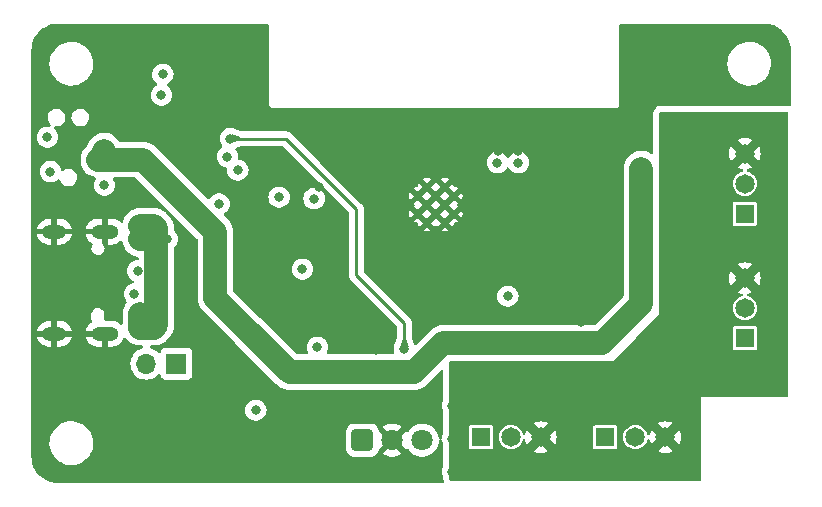
<source format=gbr>
%TF.GenerationSoftware,KiCad,Pcbnew,7.0.9*%
%TF.CreationDate,2024-01-15T18:06:47-05:00*%
%TF.ProjectId,wled-esp32-control-board,776c6564-2d65-4737-9033-322d636f6e74,C*%
%TF.SameCoordinates,Original*%
%TF.FileFunction,Copper,L3,Inr*%
%TF.FilePolarity,Positive*%
%FSLAX46Y46*%
G04 Gerber Fmt 4.6, Leading zero omitted, Abs format (unit mm)*
G04 Created by KiCad (PCBNEW 7.0.9) date 2024-01-15 18:06:47*
%MOMM*%
%LPD*%
G01*
G04 APERTURE LIST*
G04 Aperture macros list*
%AMRoundRect*
0 Rectangle with rounded corners*
0 $1 Rounding radius*
0 $2 $3 $4 $5 $6 $7 $8 $9 X,Y pos of 4 corners*
0 Add a 4 corners polygon primitive as box body*
4,1,4,$2,$3,$4,$5,$6,$7,$8,$9,$2,$3,0*
0 Add four circle primitives for the rounded corners*
1,1,$1+$1,$2,$3*
1,1,$1+$1,$4,$5*
1,1,$1+$1,$6,$7*
1,1,$1+$1,$8,$9*
0 Add four rect primitives between the rounded corners*
20,1,$1+$1,$2,$3,$4,$5,0*
20,1,$1+$1,$4,$5,$6,$7,0*
20,1,$1+$1,$6,$7,$8,$9,0*
20,1,$1+$1,$8,$9,$2,$3,0*%
G04 Aperture macros list end*
%TA.AperFunction,ComponentPad*%
%ADD10O,2.300000X1.200000*%
%TD*%
%TA.AperFunction,ComponentPad*%
%ADD11O,2.000000X1.200000*%
%TD*%
%TA.AperFunction,ComponentPad*%
%ADD12R,1.700000X1.700000*%
%TD*%
%TA.AperFunction,ComponentPad*%
%ADD13O,1.700000X1.700000*%
%TD*%
%TA.AperFunction,ComponentPad*%
%ADD14R,1.650000X1.650000*%
%TD*%
%TA.AperFunction,ComponentPad*%
%ADD15C,1.650000*%
%TD*%
%TA.AperFunction,ComponentPad*%
%ADD16RoundRect,0.250200X-0.649800X-0.649800X0.649800X-0.649800X0.649800X0.649800X-0.649800X0.649800X0*%
%TD*%
%TA.AperFunction,ComponentPad*%
%ADD17C,1.800000*%
%TD*%
%TA.AperFunction,ComponentPad*%
%ADD18C,0.475000*%
%TD*%
%TA.AperFunction,ViaPad*%
%ADD19C,0.800000*%
%TD*%
%TA.AperFunction,Conductor*%
%ADD20C,0.250000*%
%TD*%
%TA.AperFunction,Conductor*%
%ADD21C,2.000000*%
%TD*%
G04 APERTURE END LIST*
D10*
%TO.N,GND*%
%TO.C,J201*%
X6514000Y21602000D03*
D11*
X2239000Y21602000D03*
D10*
X6514000Y12952000D03*
D11*
X2239000Y12952000D03*
%TD*%
D12*
%TO.N,/LED_PWR*%
%TO.C,SW101*%
X12578000Y10414000D03*
D13*
%TO.N,VCC*%
X10038000Y10414000D03*
%TD*%
D14*
%TO.N,GND*%
%TO.C,J104*%
X38354000Y4191000D03*
D15*
%TO.N,Net-(J104-Pin_2)*%
X40894000Y4191000D03*
%TO.N,/LED_PWR*%
X43434000Y4191000D03*
%TD*%
D16*
%TO.N,/IR_RECV*%
%TO.C,U106*%
X28321000Y3937000D03*
D17*
%TO.N,GND*%
X30861000Y3937000D03*
%TO.N,+3.3V*%
X33401000Y3937000D03*
%TD*%
D14*
%TO.N,GND*%
%TO.C,J102*%
X60706000Y12573000D03*
D15*
%TO.N,Net-(J102-Pin_2)*%
X60706000Y15113000D03*
%TO.N,/LED_PWR*%
X60706000Y17653000D03*
%TD*%
D14*
%TO.N,GND*%
%TO.C,J101*%
X60706000Y23114000D03*
D15*
%TO.N,Net-(J101-Pin_2)*%
X60706000Y25654000D03*
%TO.N,/LED_PWR*%
X60706000Y28194000D03*
%TD*%
D14*
%TO.N,GND*%
%TO.C,J103*%
X48895000Y4191000D03*
D15*
%TO.N,Net-(J103-Pin_2)*%
X51435000Y4191000D03*
%TO.N,/LED_PWR*%
X53975000Y4191000D03*
%TD*%
D18*
%TO.N,GND*%
%TO.C,U103*%
X33026500Y24639500D03*
X33026500Y23114500D03*
X33789000Y25402000D03*
X33789000Y23877000D03*
X33789000Y22352000D03*
X34551500Y24639500D03*
X34551500Y23114500D03*
X35314000Y25402000D03*
X35314000Y23877000D03*
X35314000Y22352000D03*
X36076500Y24639500D03*
X36076500Y23114500D03*
%TD*%
D19*
%TO.N,+3.3V*%
X31877000Y11684000D03*
X17145000Y29464000D03*
%TO.N,GND*%
X15113000Y26162000D03*
X19177000Y30861000D03*
X41529000Y28431503D03*
X46863000Y25146000D03*
X46863000Y27051000D03*
X25019000Y2413000D03*
X10642600Y30886800D03*
X46863000Y13970000D03*
X46863000Y15875000D03*
X7112000Y10922000D03*
X22987000Y30861000D03*
X15367000Y10414000D03*
X1905000Y23622000D03*
X46863000Y21463000D03*
X19177000Y18161000D03*
X46863000Y23368000D03*
X15621000Y2413000D03*
X46863000Y17780000D03*
X24638000Y25400000D03*
X13919200Y12776200D03*
X45720000Y31242000D03*
X29464000Y11557000D03*
X7620000Y31877000D03*
X46863000Y19685000D03*
X11557000Y36576000D03*
X13589000Y18288000D03*
X39776449Y28456952D03*
X9144000Y31877000D03*
X1740500Y28194000D03*
X17145000Y10414000D03*
X5715000Y23876000D03*
X18161000Y17018000D03*
X24638000Y31242000D03*
%TO.N,+5V*%
X51943000Y26924000D03*
X1905000Y26670000D03*
X51943000Y19558000D03*
X6604000Y28702000D03*
X7366000Y27686000D03*
X51943000Y23368000D03*
X18669000Y13208000D03*
X51943000Y16256000D03*
X6096000Y27686000D03*
%TO.N,/EN*%
X23241000Y18415000D03*
X6477000Y25527000D03*
X21270200Y24511000D03*
%TO.N,/IO0*%
X19304000Y6477000D03*
X1651000Y29591000D03*
X24511000Y11811000D03*
X40640000Y16129000D03*
%TO.N,/USB-TTL-AutoProgram/D_P*%
X9017000Y16305900D03*
X9288174Y18270826D03*
%TO.N,VCC*%
X10668000Y14605000D03*
X9525000Y13462000D03*
X10668000Y13462000D03*
X9525000Y20955000D03*
X11811000Y20955000D03*
X9525000Y14605000D03*
X10668000Y20955000D03*
X10668000Y22098000D03*
X9525000Y22098000D03*
%TO.N,/ESP_TX*%
X41529000Y27432000D03*
X17780000Y26797000D03*
X11303000Y33147000D03*
%TO.N,/ESP_RX*%
X11430000Y34925000D03*
X39751000Y27432000D03*
X16891000Y27940000D03*
%TO.N,/USB-TTL-AutoProgram/DTR*%
X16192500Y23939500D03*
X24231600Y24384000D03*
%TO.N,/LED_PWR*%
X46101000Y1270000D03*
X46101000Y4064000D03*
X60579000Y8890000D03*
X63373000Y20320000D03*
X35941000Y4064000D03*
X63373000Y8890000D03*
X60579000Y30734000D03*
X35941000Y6858000D03*
X46101000Y6858000D03*
X60579000Y20320000D03*
X57785000Y30734000D03*
X57785000Y20320000D03*
X35941000Y1270000D03*
X63373000Y30734000D03*
X57785000Y8890000D03*
%TD*%
D20*
%TO.N,+3.3V*%
X31877000Y11684000D02*
X31877000Y13843000D01*
X27813000Y23495000D02*
X21844000Y29464000D01*
X27813000Y17907000D02*
X27813000Y23495000D01*
X31877000Y13843000D02*
X27813000Y17907000D01*
X21844000Y29464000D02*
X17145000Y29464000D01*
D21*
%TO.N,+5V*%
X6477000Y28448000D02*
X6477000Y27940000D01*
X22174000Y9703000D02*
X18669000Y13208000D01*
X51943000Y16256000D02*
X51943000Y15494000D01*
X32690000Y9703000D02*
X22174000Y9703000D01*
X9779000Y27686000D02*
X15875000Y21590000D01*
X51943000Y15494000D02*
X48641000Y12192000D01*
X51943000Y23368000D02*
X51943000Y26924000D01*
X51943000Y19558000D02*
X51943000Y23368000D01*
X48641000Y12192000D02*
X35179000Y12192000D01*
X15875000Y21590000D02*
X15875000Y16002000D01*
X35179000Y12192000D02*
X32690000Y9703000D01*
X15875000Y16002000D02*
X18669000Y13208000D01*
X51943000Y16256000D02*
X51943000Y19558000D01*
X5969000Y27686000D02*
X9779000Y27686000D01*
%TO.N,VCC*%
X10668000Y22098000D02*
X9525000Y22098000D01*
X10668000Y22098000D02*
X10888174Y21877826D01*
X10888174Y13682174D02*
X10668000Y13462000D01*
X10668000Y20955000D02*
X9525000Y20955000D01*
X9525000Y13462000D02*
X9525000Y14605000D01*
X10888174Y21877826D02*
X10888174Y13682174D01*
X10668000Y13462000D02*
X9525000Y13462000D01*
%TD*%
%TA.AperFunction,Conductor*%
%TO.N,/LED_PWR*%
G36*
X64332039Y31730315D02*
G01*
X64377794Y31677511D01*
X64389000Y31626000D01*
X64389000Y7744000D01*
X64369315Y7676961D01*
X64316511Y7631206D01*
X64265000Y7620000D01*
X57023000Y7620000D01*
X57023000Y632000D01*
X57003315Y564961D01*
X56950511Y519206D01*
X56899000Y508000D01*
X35811000Y508000D01*
X35743961Y527685D01*
X35698206Y580489D01*
X35687000Y632000D01*
X35687000Y3014059D01*
X42822742Y3014059D01*
X42979090Y2941153D01*
X42979099Y2941149D01*
X43203031Y2881148D01*
X43203041Y2881146D01*
X43433999Y2860939D01*
X43434001Y2860939D01*
X43664958Y2881146D01*
X43664968Y2881148D01*
X43888900Y2941149D01*
X43888909Y2941153D01*
X44045257Y3014059D01*
X53363742Y3014059D01*
X53520090Y2941153D01*
X53520099Y2941149D01*
X53744031Y2881148D01*
X53744041Y2881146D01*
X53974999Y2860939D01*
X53975001Y2860939D01*
X54205958Y2881146D01*
X54205968Y2881148D01*
X54429900Y2941149D01*
X54429909Y2941153D01*
X54586257Y3014059D01*
X53975001Y3625315D01*
X53975000Y3625315D01*
X53363742Y3014059D01*
X44045257Y3014059D01*
X43713068Y3346248D01*
X47869500Y3346248D01*
X47881131Y3287771D01*
X47881132Y3287770D01*
X47925447Y3221448D01*
X47991769Y3177133D01*
X47991770Y3177132D01*
X48050247Y3165501D01*
X48050250Y3165500D01*
X48050252Y3165500D01*
X49739750Y3165500D01*
X49739751Y3165501D01*
X49754568Y3168448D01*
X49798229Y3177132D01*
X49798229Y3177133D01*
X49798231Y3177133D01*
X49864552Y3221448D01*
X49908867Y3287769D01*
X49908867Y3287771D01*
X49908868Y3287771D01*
X49917552Y3331432D01*
X49920500Y3346252D01*
X49920500Y4191000D01*
X50404538Y4191000D01*
X50424337Y3989969D01*
X50482978Y3796655D01*
X50578198Y3618512D01*
X50578201Y3618508D01*
X50578202Y3618506D01*
X50597688Y3594762D01*
X50706352Y3462353D01*
X50815016Y3373176D01*
X50862506Y3334202D01*
X50862509Y3334201D01*
X50862511Y3334199D01*
X51040654Y3238979D01*
X51040656Y3238979D01*
X51040659Y3238977D01*
X51233967Y3180338D01*
X51435000Y3160538D01*
X51636033Y3180338D01*
X51829341Y3238977D01*
X52007494Y3334202D01*
X52163647Y3462353D01*
X52291798Y3618506D01*
X52387023Y3796659D01*
X52431896Y3944589D01*
X52470192Y4003025D01*
X52534005Y4031481D01*
X52603072Y4020921D01*
X52655465Y3974697D01*
X52670331Y3940684D01*
X52725148Y3736100D01*
X52725153Y3736086D01*
X52798056Y3579743D01*
X52798057Y3579743D01*
X53371429Y4153114D01*
X53421123Y4153114D01*
X53451884Y4005085D01*
X53521442Y3870844D01*
X53624638Y3760348D01*
X53753819Y3681791D01*
X53899404Y3641000D01*
X54012622Y3641000D01*
X54124783Y3656416D01*
X54263458Y3716651D01*
X54380739Y3812066D01*
X54467928Y3935585D01*
X54518559Y4078047D01*
X54526285Y4191000D01*
X54540685Y4191000D01*
X55151941Y3579744D01*
X55224847Y3736091D01*
X55224851Y3736100D01*
X55284852Y3960032D01*
X55284854Y3960042D01*
X55305061Y4191000D01*
X55305061Y4191001D01*
X55284854Y4421959D01*
X55284852Y4421969D01*
X55224851Y4645901D01*
X55224849Y4645905D01*
X55151940Y4802257D01*
X54540685Y4191001D01*
X54540685Y4191000D01*
X54526285Y4191000D01*
X54528877Y4228886D01*
X54498116Y4376915D01*
X54428558Y4511156D01*
X54325362Y4621652D01*
X54196181Y4700209D01*
X54050596Y4741000D01*
X53937378Y4741000D01*
X53825217Y4725584D01*
X53686542Y4665349D01*
X53569261Y4569934D01*
X53482072Y4446415D01*
X53431441Y4303953D01*
X53421123Y4153114D01*
X53371429Y4153114D01*
X53409315Y4191000D01*
X52798058Y4802257D01*
X52725152Y4645910D01*
X52725148Y4645901D01*
X52670331Y4441317D01*
X52633966Y4381656D01*
X52571119Y4351127D01*
X52501744Y4359422D01*
X52447866Y4403907D01*
X52431896Y4437412D01*
X52387023Y4585341D01*
X52387021Y4585344D01*
X52387021Y4585346D01*
X52291801Y4763489D01*
X52291799Y4763491D01*
X52291798Y4763494D01*
X52204489Y4869881D01*
X52163647Y4919648D01*
X52007495Y5047797D01*
X52007488Y5047802D01*
X51829345Y5143022D01*
X51636031Y5201663D01*
X51435000Y5221462D01*
X51233968Y5201663D01*
X51040654Y5143022D01*
X50862511Y5047802D01*
X50862504Y5047797D01*
X50706352Y4919648D01*
X50578203Y4763496D01*
X50578198Y4763489D01*
X50482978Y4585346D01*
X50424337Y4392032D01*
X50404538Y4191000D01*
X49920500Y4191000D01*
X49920500Y5035748D01*
X49920500Y5035751D01*
X49920499Y5035753D01*
X49908868Y5094230D01*
X49908867Y5094231D01*
X49864552Y5160553D01*
X49798230Y5204868D01*
X49798229Y5204869D01*
X49739752Y5216500D01*
X49739748Y5216500D01*
X48050252Y5216500D01*
X48050247Y5216500D01*
X47991770Y5204869D01*
X47991769Y5204868D01*
X47925447Y5160553D01*
X47881132Y5094231D01*
X47881131Y5094230D01*
X47869500Y5035753D01*
X47869500Y3346248D01*
X43713068Y3346248D01*
X43434001Y3625315D01*
X43434000Y3625315D01*
X42822742Y3014059D01*
X35687000Y3014059D01*
X35687000Y3346248D01*
X37328500Y3346248D01*
X37340131Y3287771D01*
X37340132Y3287770D01*
X37384447Y3221448D01*
X37450769Y3177133D01*
X37450770Y3177132D01*
X37509247Y3165501D01*
X37509250Y3165500D01*
X37509252Y3165500D01*
X39198750Y3165500D01*
X39198751Y3165501D01*
X39213568Y3168448D01*
X39257229Y3177132D01*
X39257229Y3177133D01*
X39257231Y3177133D01*
X39323552Y3221448D01*
X39367867Y3287769D01*
X39367867Y3287771D01*
X39367868Y3287771D01*
X39376552Y3331432D01*
X39379500Y3346252D01*
X39379500Y4191000D01*
X39863538Y4191000D01*
X39883337Y3989969D01*
X39941978Y3796655D01*
X40037198Y3618512D01*
X40037201Y3618508D01*
X40037202Y3618506D01*
X40056688Y3594762D01*
X40165352Y3462353D01*
X40274016Y3373176D01*
X40321506Y3334202D01*
X40321509Y3334201D01*
X40321511Y3334199D01*
X40499654Y3238979D01*
X40499656Y3238979D01*
X40499659Y3238977D01*
X40692967Y3180338D01*
X40894000Y3160538D01*
X41095033Y3180338D01*
X41288341Y3238977D01*
X41466494Y3334202D01*
X41622647Y3462353D01*
X41750798Y3618506D01*
X41846023Y3796659D01*
X41890896Y3944589D01*
X41929192Y4003025D01*
X41993005Y4031481D01*
X42062072Y4020921D01*
X42114465Y3974697D01*
X42129331Y3940684D01*
X42184148Y3736100D01*
X42184153Y3736086D01*
X42257056Y3579743D01*
X42257057Y3579743D01*
X42830429Y4153114D01*
X42880123Y4153114D01*
X42910884Y4005085D01*
X42980442Y3870844D01*
X43083638Y3760348D01*
X43212819Y3681791D01*
X43358404Y3641000D01*
X43471622Y3641000D01*
X43583783Y3656416D01*
X43722458Y3716651D01*
X43839739Y3812066D01*
X43926928Y3935585D01*
X43977559Y4078047D01*
X43985285Y4191000D01*
X43999685Y4191000D01*
X44610941Y3579744D01*
X44683847Y3736091D01*
X44683851Y3736100D01*
X44743852Y3960032D01*
X44743854Y3960042D01*
X44764061Y4191000D01*
X44764061Y4191001D01*
X44743854Y4421959D01*
X44743852Y4421969D01*
X44683851Y4645901D01*
X44683849Y4645905D01*
X44610940Y4802257D01*
X43999685Y4191001D01*
X43999685Y4191000D01*
X43985285Y4191000D01*
X43987877Y4228886D01*
X43957116Y4376915D01*
X43887558Y4511156D01*
X43784362Y4621652D01*
X43655181Y4700209D01*
X43509596Y4741000D01*
X43396378Y4741000D01*
X43284217Y4725584D01*
X43145542Y4665349D01*
X43028261Y4569934D01*
X42941072Y4446415D01*
X42890441Y4303953D01*
X42880123Y4153114D01*
X42830429Y4153114D01*
X42868315Y4191000D01*
X42257058Y4802257D01*
X42184152Y4645910D01*
X42184148Y4645901D01*
X42129331Y4441317D01*
X42092966Y4381656D01*
X42030119Y4351127D01*
X41960744Y4359422D01*
X41906866Y4403907D01*
X41890896Y4437412D01*
X41846023Y4585341D01*
X41846021Y4585344D01*
X41846021Y4585346D01*
X41750801Y4763489D01*
X41750799Y4763491D01*
X41750798Y4763494D01*
X41663489Y4869881D01*
X41622647Y4919648D01*
X41466495Y5047797D01*
X41466488Y5047802D01*
X41288345Y5143022D01*
X41095031Y5201663D01*
X40894000Y5221462D01*
X40692968Y5201663D01*
X40499654Y5143022D01*
X40321511Y5047802D01*
X40321504Y5047797D01*
X40165352Y4919648D01*
X40037203Y4763496D01*
X40037198Y4763489D01*
X39941978Y4585346D01*
X39883337Y4392032D01*
X39863538Y4191000D01*
X39379500Y4191000D01*
X39379500Y5035748D01*
X39379500Y5035751D01*
X39379499Y5035753D01*
X39367868Y5094230D01*
X39367867Y5094231D01*
X39323552Y5160553D01*
X39257230Y5204868D01*
X39257229Y5204869D01*
X39198752Y5216500D01*
X39198748Y5216500D01*
X37509252Y5216500D01*
X37509247Y5216500D01*
X37450770Y5204869D01*
X37450769Y5204868D01*
X37384447Y5160553D01*
X37340132Y5094231D01*
X37340131Y5094230D01*
X37328500Y5035753D01*
X37328500Y3346248D01*
X35687000Y3346248D01*
X35687000Y5367942D01*
X42822743Y5367942D01*
X43434000Y4756685D01*
X43434001Y4756685D01*
X44045256Y5367942D01*
X53363743Y5367942D01*
X53975000Y4756685D01*
X53975001Y4756685D01*
X54586257Y5367943D01*
X54586257Y5367944D01*
X54429914Y5440847D01*
X54429900Y5440852D01*
X54205968Y5500853D01*
X54205958Y5500855D01*
X53975001Y5521061D01*
X53974999Y5521061D01*
X53744041Y5500855D01*
X53744031Y5500853D01*
X53520099Y5440852D01*
X53520090Y5440848D01*
X53363743Y5367942D01*
X44045256Y5367942D01*
X44045257Y5367943D01*
X44045257Y5367944D01*
X43888914Y5440847D01*
X43888900Y5440852D01*
X43664968Y5500853D01*
X43664958Y5500855D01*
X43434001Y5521061D01*
X43433999Y5521061D01*
X43203041Y5500855D01*
X43203031Y5500853D01*
X42979099Y5440852D01*
X42979090Y5440848D01*
X42822743Y5367942D01*
X35687000Y5367942D01*
X35687000Y10544000D01*
X35706685Y10611039D01*
X35759489Y10656794D01*
X35811000Y10668000D01*
X49657000Y10668000D01*
X53467000Y10668000D01*
X53467000Y11728248D01*
X59680500Y11728248D01*
X59692131Y11669771D01*
X59692132Y11669770D01*
X59736447Y11603448D01*
X59802769Y11559133D01*
X59802770Y11559132D01*
X59861247Y11547501D01*
X59861250Y11547500D01*
X59861252Y11547500D01*
X61550750Y11547500D01*
X61550751Y11547501D01*
X61565568Y11550448D01*
X61609229Y11559132D01*
X61609229Y11559133D01*
X61609231Y11559133D01*
X61675552Y11603448D01*
X61719867Y11669769D01*
X61719867Y11669771D01*
X61719868Y11669771D01*
X61731499Y11728248D01*
X61731500Y11728250D01*
X61731500Y13417751D01*
X61731499Y13417753D01*
X61719868Y13476230D01*
X61719867Y13476231D01*
X61675552Y13542553D01*
X61609230Y13586868D01*
X61609229Y13586869D01*
X61550752Y13598500D01*
X61550748Y13598500D01*
X59861252Y13598500D01*
X59861247Y13598500D01*
X59802770Y13586869D01*
X59802769Y13586868D01*
X59736447Y13542553D01*
X59692132Y13476231D01*
X59692131Y13476230D01*
X59680500Y13417753D01*
X59680500Y11728248D01*
X53467000Y11728248D01*
X53467000Y15113000D01*
X59675538Y15113000D01*
X59695337Y14911969D01*
X59753978Y14718655D01*
X59849198Y14540512D01*
X59849203Y14540505D01*
X59977352Y14384353D01*
X60086016Y14295176D01*
X60133506Y14256202D01*
X60133509Y14256201D01*
X60133511Y14256199D01*
X60311654Y14160979D01*
X60311656Y14160979D01*
X60311659Y14160977D01*
X60504967Y14102338D01*
X60706000Y14082538D01*
X60907033Y14102338D01*
X61100341Y14160977D01*
X61278494Y14256202D01*
X61434647Y14384353D01*
X61562798Y14540506D01*
X61658023Y14718659D01*
X61716662Y14911967D01*
X61736462Y15113000D01*
X61716662Y15314033D01*
X61658023Y15507341D01*
X61658021Y15507344D01*
X61658021Y15507346D01*
X61562801Y15685489D01*
X61562799Y15685491D01*
X61562798Y15685494D01*
X61447358Y15826159D01*
X61434647Y15841648D01*
X61278495Y15969797D01*
X61278488Y15969802D01*
X61100347Y16065021D01*
X61100341Y16065023D01*
X60952412Y16109897D01*
X60893975Y16148194D01*
X60865519Y16212006D01*
X60876079Y16281073D01*
X60922303Y16333467D01*
X60956316Y16348332D01*
X61160900Y16403149D01*
X61160909Y16403153D01*
X61317257Y16476059D01*
X60706001Y17087315D01*
X60706000Y17087315D01*
X60094742Y16476059D01*
X60251090Y16403153D01*
X60251099Y16403149D01*
X60455683Y16348332D01*
X60515343Y16311967D01*
X60545873Y16249121D01*
X60537579Y16179745D01*
X60493094Y16125867D01*
X60459586Y16109897D01*
X60311657Y16065023D01*
X60133511Y15969802D01*
X60133504Y15969797D01*
X59977352Y15841648D01*
X59849203Y15685496D01*
X59849198Y15685489D01*
X59753978Y15507346D01*
X59695337Y15314032D01*
X59675538Y15113000D01*
X53467000Y15113000D01*
X53467000Y17653000D01*
X59375939Y17653000D01*
X59396145Y17422042D01*
X59396147Y17422032D01*
X59456148Y17198100D01*
X59456153Y17198086D01*
X59529056Y17041743D01*
X59529057Y17041743D01*
X60102429Y17615114D01*
X60152123Y17615114D01*
X60182884Y17467085D01*
X60252442Y17332844D01*
X60355638Y17222348D01*
X60484819Y17143791D01*
X60630404Y17103000D01*
X60743622Y17103000D01*
X60855783Y17118416D01*
X60994458Y17178651D01*
X61111739Y17274066D01*
X61198928Y17397585D01*
X61249559Y17540047D01*
X61257285Y17653000D01*
X61271685Y17653000D01*
X61882941Y17041744D01*
X61955847Y17198091D01*
X61955851Y17198100D01*
X62015852Y17422032D01*
X62015854Y17422042D01*
X62036061Y17653000D01*
X62036061Y17653001D01*
X62015854Y17883959D01*
X62015852Y17883969D01*
X61955851Y18107901D01*
X61955849Y18107905D01*
X61882940Y18264257D01*
X61271685Y17653001D01*
X61271685Y17653000D01*
X61257285Y17653000D01*
X61259877Y17690886D01*
X61229116Y17838915D01*
X61159558Y17973156D01*
X61056362Y18083652D01*
X60927181Y18162209D01*
X60781596Y18203000D01*
X60668378Y18203000D01*
X60556217Y18187584D01*
X60417542Y18127349D01*
X60300261Y18031934D01*
X60213072Y17908415D01*
X60162441Y17765953D01*
X60152123Y17615114D01*
X60102429Y17615114D01*
X60140315Y17653000D01*
X59529058Y18264257D01*
X59456152Y18107910D01*
X59456148Y18107901D01*
X59396147Y17883969D01*
X59396145Y17883959D01*
X59375939Y17653001D01*
X59375939Y17653000D01*
X53467000Y17653000D01*
X53467000Y18829942D01*
X60094743Y18829942D01*
X60706000Y18218685D01*
X60706001Y18218685D01*
X61317257Y18829943D01*
X61317257Y18829944D01*
X61160914Y18902847D01*
X61160900Y18902852D01*
X60936968Y18962853D01*
X60936958Y18962855D01*
X60706001Y18983061D01*
X60705999Y18983061D01*
X60475041Y18962855D01*
X60475031Y18962853D01*
X60251099Y18902852D01*
X60251090Y18902848D01*
X60094743Y18829942D01*
X53467000Y18829942D01*
X53467000Y22269248D01*
X59680500Y22269248D01*
X59692131Y22210771D01*
X59692132Y22210770D01*
X59736447Y22144448D01*
X59802769Y22100133D01*
X59802770Y22100132D01*
X59861247Y22088501D01*
X59861250Y22088500D01*
X59861252Y22088500D01*
X61550750Y22088500D01*
X61550751Y22088501D01*
X61565568Y22091448D01*
X61609229Y22100132D01*
X61609229Y22100133D01*
X61609231Y22100133D01*
X61675552Y22144448D01*
X61719867Y22210769D01*
X61719867Y22210771D01*
X61719868Y22210771D01*
X61731499Y22269248D01*
X61731500Y22269250D01*
X61731500Y23958751D01*
X61731499Y23958753D01*
X61719868Y24017230D01*
X61719867Y24017231D01*
X61675552Y24083553D01*
X61609230Y24127868D01*
X61609229Y24127869D01*
X61550752Y24139500D01*
X61550748Y24139500D01*
X59861252Y24139500D01*
X59861247Y24139500D01*
X59802770Y24127869D01*
X59802769Y24127868D01*
X59736447Y24083553D01*
X59692132Y24017231D01*
X59692131Y24017230D01*
X59680500Y23958753D01*
X59680500Y22269248D01*
X53467000Y22269248D01*
X53467000Y25654000D01*
X59675538Y25654000D01*
X59695337Y25452969D01*
X59753978Y25259655D01*
X59849198Y25081512D01*
X59849203Y25081505D01*
X59977352Y24925353D01*
X60034156Y24878736D01*
X60133506Y24797202D01*
X60133509Y24797201D01*
X60133511Y24797199D01*
X60311654Y24701979D01*
X60311656Y24701979D01*
X60311659Y24701977D01*
X60504967Y24643338D01*
X60706000Y24623538D01*
X60907033Y24643338D01*
X61100341Y24701977D01*
X61278494Y24797202D01*
X61434647Y24925353D01*
X61562798Y25081506D01*
X61658023Y25259659D01*
X61716662Y25452967D01*
X61736462Y25654000D01*
X61716662Y25855033D01*
X61658023Y26048341D01*
X61658021Y26048344D01*
X61658021Y26048346D01*
X61562801Y26226489D01*
X61562799Y26226491D01*
X61562798Y26226494D01*
X61523824Y26273984D01*
X61434647Y26382648D01*
X61278495Y26510797D01*
X61278488Y26510802D01*
X61100347Y26606021D01*
X61100341Y26606023D01*
X60952412Y26650897D01*
X60893975Y26689194D01*
X60865519Y26753006D01*
X60876079Y26822073D01*
X60922303Y26874467D01*
X60956316Y26889332D01*
X61160900Y26944149D01*
X61160909Y26944153D01*
X61317257Y27017059D01*
X60706001Y27628315D01*
X60706000Y27628315D01*
X60094742Y27017059D01*
X60251090Y26944153D01*
X60251099Y26944149D01*
X60455683Y26889332D01*
X60515343Y26852967D01*
X60545873Y26790121D01*
X60537579Y26720745D01*
X60493094Y26666867D01*
X60459586Y26650897D01*
X60311657Y26606023D01*
X60133511Y26510802D01*
X60133504Y26510797D01*
X59977352Y26382648D01*
X59849203Y26226496D01*
X59849198Y26226489D01*
X59753978Y26048346D01*
X59695337Y25855032D01*
X59675538Y25654000D01*
X53467000Y25654000D01*
X53467000Y28194000D01*
X59375939Y28194000D01*
X59396145Y27963042D01*
X59396147Y27963032D01*
X59456148Y27739100D01*
X59456153Y27739086D01*
X59529056Y27582743D01*
X59529057Y27582743D01*
X60102429Y28156114D01*
X60152123Y28156114D01*
X60182884Y28008085D01*
X60252442Y27873844D01*
X60355638Y27763348D01*
X60484819Y27684791D01*
X60630404Y27644000D01*
X60743622Y27644000D01*
X60855783Y27659416D01*
X60994458Y27719651D01*
X61111739Y27815066D01*
X61198928Y27938585D01*
X61249559Y28081047D01*
X61257285Y28194000D01*
X61271685Y28194000D01*
X61882941Y27582744D01*
X61955847Y27739091D01*
X61955851Y27739100D01*
X62015852Y27963032D01*
X62015854Y27963042D01*
X62036061Y28194000D01*
X62036061Y28194001D01*
X62015854Y28424959D01*
X62015852Y28424969D01*
X61955851Y28648901D01*
X61955849Y28648905D01*
X61882940Y28805257D01*
X61271685Y28194001D01*
X61271685Y28194000D01*
X61257285Y28194000D01*
X61259877Y28231886D01*
X61229116Y28379915D01*
X61159558Y28514156D01*
X61056362Y28624652D01*
X60927181Y28703209D01*
X60781596Y28744000D01*
X60668378Y28744000D01*
X60556217Y28728584D01*
X60417542Y28668349D01*
X60300261Y28572934D01*
X60213072Y28449415D01*
X60162441Y28306953D01*
X60152123Y28156114D01*
X60102429Y28156114D01*
X60140315Y28194000D01*
X59529058Y28805257D01*
X59456152Y28648910D01*
X59456148Y28648901D01*
X59396147Y28424969D01*
X59396145Y28424959D01*
X59375939Y28194001D01*
X59375939Y28194000D01*
X53467000Y28194000D01*
X53467000Y29370942D01*
X60094743Y29370942D01*
X60706000Y28759685D01*
X60706001Y28759685D01*
X61317257Y29370943D01*
X61317257Y29370944D01*
X61160914Y29443847D01*
X61160900Y29443852D01*
X60936968Y29503853D01*
X60936958Y29503855D01*
X60706001Y29524061D01*
X60705999Y29524061D01*
X60475041Y29503855D01*
X60475031Y29503853D01*
X60251099Y29443852D01*
X60251090Y29443848D01*
X60094743Y29370942D01*
X53467000Y29370942D01*
X53467000Y31626000D01*
X53486685Y31693039D01*
X53539489Y31738794D01*
X53591000Y31750000D01*
X64265000Y31750000D01*
X64332039Y31730315D01*
G37*
%TD.AperFunction*%
%TD*%
%TA.AperFunction,Conductor*%
%TO.N,GND*%
G36*
X20343539Y39176815D02*
G01*
X20389294Y39124011D01*
X20400500Y39072500D01*
X20400500Y32444216D01*
X20397437Y32422255D01*
X20396598Y32413208D01*
X20400235Y32373965D01*
X20400500Y32368242D01*
X20400500Y32357157D01*
X20400501Y32357145D01*
X20402536Y32346251D01*
X20403327Y32340585D01*
X20406964Y32301342D01*
X20409443Y32292628D01*
X20412667Y32283011D01*
X20415938Y32274568D01*
X20415939Y32274567D01*
X20436690Y32241052D01*
X20439467Y32236067D01*
X20449789Y32215338D01*
X20457042Y32200772D01*
X20462526Y32193510D01*
X20468957Y32185765D01*
X20475080Y32179049D01*
X20506535Y32155294D01*
X20510943Y32151634D01*
X20511006Y32151577D01*
X20540067Y32125084D01*
X20540068Y32125084D01*
X20540069Y32125083D01*
X20547797Y32120298D01*
X20556580Y32115406D01*
X20564732Y32111347D01*
X20564736Y32111344D01*
X20602660Y32100555D01*
X20608054Y32098747D01*
X20644827Y32084500D01*
X20644829Y32084500D01*
X20653755Y32082831D01*
X20663742Y32081438D01*
X20672792Y32080599D01*
X20672792Y32080600D01*
X20672793Y32080599D01*
X20681847Y32081438D01*
X20712036Y32084235D01*
X20717759Y32084500D01*
X49724785Y32084500D01*
X49746742Y32081438D01*
X49755792Y32080599D01*
X49755792Y32080600D01*
X49755793Y32080599D01*
X49764847Y32081438D01*
X49795036Y32084235D01*
X49800759Y32084500D01*
X49811844Y32084500D01*
X49822757Y32086541D01*
X49828387Y32087327D01*
X49867660Y32090965D01*
X49867665Y32090968D01*
X49876421Y32093459D01*
X49885940Y32096650D01*
X49894431Y32099939D01*
X49894433Y32099939D01*
X49927965Y32120703D01*
X49932919Y32123462D01*
X49968228Y32141042D01*
X49968229Y32141043D01*
X49975523Y32146552D01*
X49983197Y32152924D01*
X49989949Y32159079D01*
X49989949Y32159080D01*
X49989952Y32159081D01*
X50013715Y32190551D01*
X50017341Y32194918D01*
X50043916Y32224067D01*
X50043918Y32224073D01*
X50048721Y32231830D01*
X50053579Y32240552D01*
X50057650Y32248729D01*
X50057656Y32248736D01*
X50068445Y32286662D01*
X50070251Y32292049D01*
X50084500Y32328827D01*
X50084500Y32328830D01*
X50084501Y32328832D01*
X50086172Y32337771D01*
X50087561Y32347724D01*
X50088401Y32356793D01*
X50084765Y32396036D01*
X50084500Y32401759D01*
X50084500Y35746237D01*
X59228787Y35746237D01*
X59258413Y35476987D01*
X59258415Y35476976D01*
X59306440Y35293278D01*
X59326928Y35214912D01*
X59432870Y34965610D01*
X59504998Y34847425D01*
X59573979Y34734395D01*
X59573986Y34734385D01*
X59747253Y34526181D01*
X59747259Y34526176D01*
X59948998Y34345418D01*
X60174910Y34195956D01*
X60420176Y34080980D01*
X60420183Y34080978D01*
X60420185Y34080977D01*
X60679557Y34002943D01*
X60679564Y34002942D01*
X60679569Y34002940D01*
X60947561Y33963500D01*
X60947566Y33963500D01*
X61150636Y33963500D01*
X61202133Y33967270D01*
X61353156Y33978323D01*
X61487027Y34008144D01*
X61617546Y34037218D01*
X61617548Y34037219D01*
X61617553Y34037220D01*
X61870558Y34133986D01*
X62106777Y34266559D01*
X62321177Y34432112D01*
X62509186Y34627119D01*
X62666799Y34847421D01*
X62740787Y34991331D01*
X62790649Y35088310D01*
X62790651Y35088316D01*
X62790656Y35088325D01*
X62878118Y35344695D01*
X62927319Y35611067D01*
X62937212Y35881765D01*
X62907586Y36151018D01*
X62839072Y36413088D01*
X62733130Y36662390D01*
X62592018Y36893610D01*
X62554471Y36938728D01*
X62418746Y37101820D01*
X62418740Y37101825D01*
X62217002Y37282582D01*
X61991092Y37432043D01*
X61987875Y37433551D01*
X61745824Y37547020D01*
X61745819Y37547022D01*
X61745814Y37547024D01*
X61486442Y37625058D01*
X61486428Y37625061D01*
X61370791Y37642079D01*
X61218439Y37664500D01*
X61015369Y37664500D01*
X61015364Y37664500D01*
X60812844Y37649677D01*
X60812831Y37649675D01*
X60548453Y37590783D01*
X60548446Y37590780D01*
X60295439Y37494013D01*
X60059226Y37361443D01*
X59844822Y37195888D01*
X59656822Y37000891D01*
X59656816Y37000884D01*
X59499202Y36780581D01*
X59499199Y36780576D01*
X59375350Y36539691D01*
X59375343Y36539673D01*
X59287884Y36283315D01*
X59287881Y36283301D01*
X59238681Y36016932D01*
X59238680Y36016925D01*
X59228787Y35746237D01*
X50084500Y35746237D01*
X50084500Y39072500D01*
X50104185Y39139539D01*
X50156989Y39185294D01*
X50208500Y39196500D01*
X62353964Y39196500D01*
X62357927Y39196373D01*
X62541079Y39184647D01*
X62623173Y39179390D01*
X62630583Y39178464D01*
X62890135Y39129951D01*
X62897389Y39128135D01*
X63149187Y39048694D01*
X63156176Y39046015D01*
X63396556Y38936805D01*
X63403176Y38933301D01*
X63628651Y38795905D01*
X63634779Y38791643D01*
X63694709Y38744347D01*
X63842046Y38628071D01*
X63847638Y38623082D01*
X63879222Y38591274D01*
X64027379Y38442063D01*
X64033661Y38435737D01*
X64038603Y38430120D01*
X64114007Y38333169D01*
X64200700Y38221702D01*
X64204934Y38215523D01*
X64315696Y38030824D01*
X64340724Y37989090D01*
X64344183Y37982442D01*
X64451683Y37741302D01*
X64454315Y37734286D01*
X64531968Y37481943D01*
X64533736Y37474661D01*
X64580404Y37214806D01*
X64581281Y37207364D01*
X64596395Y36941865D01*
X64596495Y36938120D01*
X64596303Y36884347D01*
X64596500Y36881801D01*
X64596500Y32345149D01*
X64576815Y32278110D01*
X64524011Y32232355D01*
X64454853Y32222411D01*
X64437564Y32226172D01*
X64407426Y32235022D01*
X64407421Y32235024D01*
X64305690Y32249650D01*
X64265000Y32255500D01*
X53591000Y32255500D01*
X53590991Y32255500D01*
X53590990Y32255499D01*
X53483549Y32243948D01*
X53483537Y32243946D01*
X53432027Y32232740D01*
X53329502Y32198617D01*
X53329496Y32198614D01*
X53208462Y32120829D01*
X53208451Y32120821D01*
X53155659Y32075077D01*
X53061433Y31966336D01*
X53061430Y31966332D01*
X53001664Y31835466D01*
X52981978Y31768425D01*
X52981976Y31768420D01*
X52961500Y31625999D01*
X52961500Y28286213D01*
X52941815Y28219174D01*
X52889011Y28173419D01*
X52819853Y28163475D01*
X52769686Y28182399D01*
X52766514Y28184471D01*
X52766510Y28184474D01*
X52766509Y28184474D01*
X52689502Y28226148D01*
X52547811Y28302828D01*
X52547802Y28302831D01*
X52312616Y28383571D01*
X52067335Y28424500D01*
X51818665Y28424500D01*
X51573383Y28383571D01*
X51338197Y28302831D01*
X51338188Y28302828D01*
X51119493Y28184476D01*
X50923257Y28031739D01*
X50754833Y27848783D01*
X50618826Y27640607D01*
X50518936Y27412882D01*
X50457892Y27171825D01*
X50457890Y27171814D01*
X50442500Y26986065D01*
X50442500Y16166890D01*
X50422815Y16099851D01*
X50406181Y16079209D01*
X48055791Y13728819D01*
X47994468Y13695334D01*
X47968110Y13692500D01*
X35276019Y13692500D01*
X35268347Y13692976D01*
X35241221Y13696357D01*
X35241219Y13696357D01*
X35147965Y13692500D01*
X35116933Y13692500D01*
X35086009Y13689938D01*
X34992765Y13686082D01*
X34992751Y13686080D01*
X34966017Y13680474D01*
X34958409Y13679365D01*
X34931185Y13677110D01*
X34931175Y13677108D01*
X34858815Y13658784D01*
X34840725Y13654203D01*
X34826755Y13651274D01*
X34749390Y13635052D01*
X34749375Y13635047D01*
X34723920Y13625114D01*
X34716599Y13622769D01*
X34690119Y13616063D01*
X34690113Y13616061D01*
X34604667Y13578581D01*
X34517723Y13544655D01*
X34494247Y13530667D01*
X34487413Y13527149D01*
X34462388Y13516171D01*
X34462385Y13516170D01*
X34384275Y13465138D01*
X34304101Y13417363D01*
X34283250Y13399703D01*
X34277087Y13395108D01*
X34254215Y13380165D01*
X34254212Y13380162D01*
X34185554Y13316958D01*
X34161871Y13296899D01*
X34139934Y13274962D01*
X34071261Y13211743D01*
X34071256Y13211738D01*
X34054472Y13190174D01*
X34049383Y13184411D01*
X32899442Y12034472D01*
X32838119Y12000987D01*
X32768427Y12005971D01*
X32712494Y12047843D01*
X32695772Y12078307D01*
X32684039Y12109344D01*
X32510510Y12568393D01*
X32502500Y12612236D01*
X32502500Y13760258D01*
X32504224Y13775878D01*
X32503939Y13775904D01*
X32504671Y13783660D01*
X32504673Y13783667D01*
X32502500Y13852815D01*
X32502500Y13882350D01*
X32501631Y13889228D01*
X32501172Y13895057D01*
X32500887Y13904114D01*
X32499709Y13941627D01*
X32494122Y13960856D01*
X32490174Y13979916D01*
X32487664Y13999792D01*
X32487663Y13999794D01*
X32487663Y13999796D01*
X32470512Y14043113D01*
X32468619Y14048642D01*
X32455618Y14093391D01*
X32455616Y14093394D01*
X32445423Y14110629D01*
X32436861Y14128106D01*
X32429487Y14146730D01*
X32429486Y14146732D01*
X32402079Y14184455D01*
X32398888Y14189314D01*
X32375172Y14229417D01*
X32375165Y14229426D01*
X32361006Y14243585D01*
X32348368Y14258381D01*
X32336594Y14274587D01*
X32300688Y14304291D01*
X32296376Y14308214D01*
X30475590Y16129000D01*
X39734540Y16129000D01*
X39754326Y15940744D01*
X39754327Y15940741D01*
X39812818Y15760723D01*
X39812821Y15760716D01*
X39907467Y15596784D01*
X39982794Y15513125D01*
X40034129Y15456112D01*
X40187265Y15344852D01*
X40187270Y15344849D01*
X40360192Y15267858D01*
X40360197Y15267856D01*
X40545354Y15228500D01*
X40545355Y15228500D01*
X40734644Y15228500D01*
X40734646Y15228500D01*
X40919803Y15267856D01*
X41092730Y15344849D01*
X41245871Y15456112D01*
X41372533Y15596784D01*
X41467179Y15760716D01*
X41525674Y15940744D01*
X41545460Y16129000D01*
X41525674Y16317256D01*
X41467179Y16497284D01*
X41372533Y16661216D01*
X41245871Y16801888D01*
X41196009Y16838115D01*
X41092734Y16913149D01*
X41092729Y16913152D01*
X40919807Y16990143D01*
X40919802Y16990145D01*
X40774001Y17021135D01*
X40734646Y17029500D01*
X40545354Y17029500D01*
X40512897Y17022602D01*
X40360197Y16990145D01*
X40360192Y16990143D01*
X40187270Y16913152D01*
X40187265Y16913149D01*
X40034129Y16801889D01*
X39907466Y16661215D01*
X39812821Y16497285D01*
X39812818Y16497278D01*
X39754327Y16317260D01*
X39754326Y16317256D01*
X39734540Y16129000D01*
X30475590Y16129000D01*
X28474819Y18129772D01*
X28441334Y18191095D01*
X28438500Y18217453D01*
X28438500Y21687492D01*
X33460364Y21687492D01*
X33466986Y21683332D01*
X33466989Y21683330D01*
X33623857Y21628440D01*
X33788997Y21609833D01*
X33789003Y21609833D01*
X33954140Y21628440D01*
X34111015Y21683333D01*
X34117633Y21687492D01*
X34985364Y21687492D01*
X34991986Y21683332D01*
X34991989Y21683330D01*
X35148857Y21628440D01*
X35313997Y21609833D01*
X35314003Y21609833D01*
X35479140Y21628440D01*
X35636015Y21683333D01*
X35642633Y21687492D01*
X35314001Y22016125D01*
X35314000Y22016125D01*
X34985364Y21687492D01*
X34117633Y21687492D01*
X33789001Y22016125D01*
X33789000Y22016125D01*
X33460364Y21687492D01*
X28438500Y21687492D01*
X28438500Y22449992D01*
X32697864Y22449992D01*
X32704486Y22445832D01*
X32704489Y22445830D01*
X32861357Y22390940D01*
X32946508Y22381346D01*
X33010922Y22354280D01*
X33050477Y22296685D01*
X33055845Y22272010D01*
X33065439Y22186860D01*
X33120333Y22029982D01*
X33124489Y22023366D01*
X33420632Y22319508D01*
X33689000Y22319508D01*
X33727197Y22266935D01*
X33773162Y22252000D01*
X33804838Y22252000D01*
X33850803Y22266935D01*
X33889000Y22319508D01*
X33889000Y22352000D01*
X34124875Y22352000D01*
X34453508Y22023367D01*
X34459921Y22024089D01*
X34498843Y22058513D01*
X34567897Y22069159D01*
X34631744Y22040781D01*
X34646545Y22023698D01*
X34649489Y22023366D01*
X34945632Y22319508D01*
X35214000Y22319508D01*
X35252197Y22266935D01*
X35298162Y22252000D01*
X35329838Y22252000D01*
X35375803Y22266935D01*
X35414000Y22319508D01*
X35414000Y22352000D01*
X35649875Y22352000D01*
X35978508Y22023367D01*
X35982667Y22029985D01*
X36037560Y22186860D01*
X36047154Y22272009D01*
X36074220Y22336423D01*
X36131815Y22375978D01*
X36156491Y22381346D01*
X36241640Y22390940D01*
X36398515Y22445833D01*
X36405133Y22449992D01*
X36076500Y22778625D01*
X35649875Y22352000D01*
X35414000Y22352000D01*
X35414000Y22384492D01*
X35375803Y22437065D01*
X35329838Y22452000D01*
X35298162Y22452000D01*
X35252197Y22437065D01*
X35214000Y22384492D01*
X35214000Y22319508D01*
X34945632Y22319508D01*
X34978124Y22352000D01*
X34933338Y22396788D01*
X34551500Y22778625D01*
X34124875Y22352000D01*
X33889000Y22352000D01*
X33889000Y22384492D01*
X33850803Y22437065D01*
X33804838Y22452000D01*
X33773162Y22452000D01*
X33727197Y22437065D01*
X33689000Y22384492D01*
X33689000Y22319508D01*
X33420632Y22319508D01*
X33453124Y22352000D01*
X33408338Y22396788D01*
X33026501Y22778625D01*
X33026500Y22778625D01*
X32697864Y22449992D01*
X28438500Y22449992D01*
X28438500Y23114498D01*
X32284333Y23114498D01*
X32302939Y22949360D01*
X32357833Y22792482D01*
X32361989Y22785866D01*
X32658132Y23082008D01*
X32926500Y23082008D01*
X32964697Y23029435D01*
X33010662Y23014500D01*
X33042338Y23014500D01*
X33088303Y23029435D01*
X33126500Y23082008D01*
X33126500Y23114500D01*
X33362375Y23114500D01*
X33407162Y23069713D01*
X33789000Y22687876D01*
X34170838Y23069713D01*
X34183133Y23082008D01*
X34451500Y23082008D01*
X34489697Y23029435D01*
X34535662Y23014500D01*
X34567338Y23014500D01*
X34613303Y23029435D01*
X34651500Y23082008D01*
X34651500Y23114500D01*
X34887375Y23114500D01*
X34932162Y23069713D01*
X35314000Y22687876D01*
X35695838Y23069713D01*
X35708133Y23082008D01*
X35976500Y23082008D01*
X36014697Y23029435D01*
X36060662Y23014500D01*
X36092338Y23014500D01*
X36138303Y23029435D01*
X36176500Y23082008D01*
X36176500Y23114500D01*
X36412375Y23114500D01*
X36741008Y22785867D01*
X36745167Y22792485D01*
X36800060Y22949360D01*
X36818667Y23114498D01*
X36818667Y23114503D01*
X36800060Y23279643D01*
X36745170Y23436511D01*
X36745168Y23436514D01*
X36741008Y23443136D01*
X36412375Y23114501D01*
X36412375Y23114500D01*
X36176500Y23114500D01*
X36176500Y23146992D01*
X36138303Y23199565D01*
X36092338Y23214500D01*
X36060662Y23214500D01*
X36014697Y23199565D01*
X35976500Y23146992D01*
X35976500Y23082008D01*
X35708133Y23082008D01*
X35740624Y23114500D01*
X35740624Y23114501D01*
X35314000Y23541125D01*
X34887375Y23114500D01*
X34651500Y23114500D01*
X34651500Y23146992D01*
X34613303Y23199565D01*
X34567338Y23214500D01*
X34535662Y23214500D01*
X34489697Y23199565D01*
X34451500Y23146992D01*
X34451500Y23082008D01*
X34183133Y23082008D01*
X34215624Y23114500D01*
X34215624Y23114501D01*
X33789000Y23541125D01*
X33362375Y23114500D01*
X33126500Y23114500D01*
X33126500Y23146992D01*
X33088303Y23199565D01*
X33042338Y23214500D01*
X33010662Y23214500D01*
X32964697Y23199565D01*
X32926500Y23146992D01*
X32926500Y23082008D01*
X32658132Y23082008D01*
X32690624Y23114500D01*
X32690624Y23114501D01*
X32361990Y23443136D01*
X32361989Y23443136D01*
X32357831Y23436517D01*
X32302939Y23279643D01*
X32284333Y23114503D01*
X32284333Y23114498D01*
X28438500Y23114498D01*
X28438500Y23412258D01*
X28440224Y23427878D01*
X28439939Y23427905D01*
X28440673Y23435667D01*
X28438500Y23504828D01*
X28438500Y23534344D01*
X28438500Y23534350D01*
X28437631Y23541221D01*
X28437173Y23547048D01*
X28436760Y23560199D01*
X28435710Y23593627D01*
X28430119Y23612870D01*
X28426173Y23631922D01*
X28423664Y23651792D01*
X28406504Y23695133D01*
X28404624Y23700621D01*
X28391618Y23745390D01*
X28381422Y23762630D01*
X28373398Y23779010D01*
X32697864Y23779010D01*
X33026499Y23450376D01*
X33408338Y23832213D01*
X33420633Y23844508D01*
X33689000Y23844508D01*
X33727197Y23791935D01*
X33773162Y23777000D01*
X33804838Y23777000D01*
X33850803Y23791935D01*
X33889000Y23844508D01*
X33889000Y23877000D01*
X34124875Y23877000D01*
X34169662Y23832213D01*
X34551500Y23450376D01*
X34933338Y23832213D01*
X34945633Y23844508D01*
X35214000Y23844508D01*
X35252197Y23791935D01*
X35298162Y23777000D01*
X35329838Y23777000D01*
X35375803Y23791935D01*
X35414000Y23844508D01*
X35414000Y23877000D01*
X35649875Y23877000D01*
X35694662Y23832213D01*
X36076500Y23450376D01*
X36076501Y23450376D01*
X36405134Y23779011D01*
X36404410Y23785430D01*
X36369992Y23824336D01*
X36359339Y23893388D01*
X36387711Y23957239D01*
X36404802Y23972050D01*
X36405133Y23974992D01*
X36076500Y24303625D01*
X35649875Y23877000D01*
X35414000Y23877000D01*
X35414000Y23909492D01*
X35375803Y23962065D01*
X35329838Y23977000D01*
X35298162Y23977000D01*
X35252197Y23962065D01*
X35214000Y23909492D01*
X35214000Y23844508D01*
X34945633Y23844508D01*
X34978124Y23877000D01*
X34978124Y23877001D01*
X34551500Y24303625D01*
X34124875Y23877000D01*
X33889000Y23877000D01*
X33889000Y23909492D01*
X33850803Y23962065D01*
X33804838Y23977000D01*
X33773162Y23977000D01*
X33727197Y23962065D01*
X33689000Y23909492D01*
X33689000Y23844508D01*
X33420633Y23844508D01*
X33453124Y23877000D01*
X33453124Y23877001D01*
X33408338Y23921787D01*
X33026501Y24303625D01*
X33026500Y24303625D01*
X32697864Y23974992D01*
X32698588Y23968574D01*
X32733006Y23929665D01*
X32743657Y23860612D01*
X32715284Y23796762D01*
X32698196Y23781958D01*
X32697864Y23779010D01*
X28373398Y23779010D01*
X28372861Y23780106D01*
X28365487Y23798730D01*
X28365486Y23798732D01*
X28338079Y23836455D01*
X28334888Y23841314D01*
X28332999Y23844508D01*
X28313784Y23877000D01*
X28311172Y23881417D01*
X28311165Y23881426D01*
X28297006Y23895585D01*
X28284368Y23910381D01*
X28276081Y23921787D01*
X28272594Y23926587D01*
X28268873Y23929665D01*
X28236688Y23956291D01*
X28232376Y23960214D01*
X27553092Y24639498D01*
X32284333Y24639498D01*
X32302939Y24474360D01*
X32357833Y24317482D01*
X32361989Y24310866D01*
X32658132Y24607008D01*
X32926500Y24607008D01*
X32964697Y24554435D01*
X33010662Y24539500D01*
X33042338Y24539500D01*
X33088303Y24554435D01*
X33126500Y24607008D01*
X33126500Y24639500D01*
X33362375Y24639500D01*
X33407162Y24594713D01*
X33789000Y24212876D01*
X34170838Y24594713D01*
X34183133Y24607008D01*
X34451500Y24607008D01*
X34489697Y24554435D01*
X34535662Y24539500D01*
X34567338Y24539500D01*
X34613303Y24554435D01*
X34651500Y24607008D01*
X34651500Y24639500D01*
X34887375Y24639500D01*
X34932162Y24594713D01*
X35314000Y24212876D01*
X35695838Y24594713D01*
X35708133Y24607008D01*
X35976500Y24607008D01*
X36014697Y24554435D01*
X36060662Y24539500D01*
X36092338Y24539500D01*
X36138303Y24554435D01*
X36176500Y24607008D01*
X36176500Y24639500D01*
X36412375Y24639500D01*
X36741008Y24310867D01*
X36745167Y24317485D01*
X36800060Y24474360D01*
X36818667Y24639498D01*
X36818667Y24639503D01*
X36800060Y24804643D01*
X36745170Y24961511D01*
X36745168Y24961514D01*
X36741008Y24968136D01*
X36412375Y24639501D01*
X36412375Y24639500D01*
X36176500Y24639500D01*
X36176500Y24671992D01*
X36138303Y24724565D01*
X36092338Y24739500D01*
X36060662Y24739500D01*
X36014697Y24724565D01*
X35976500Y24671992D01*
X35976500Y24607008D01*
X35708133Y24607008D01*
X35740624Y24639500D01*
X35740624Y24639501D01*
X35314000Y25066125D01*
X34887375Y24639500D01*
X34651500Y24639500D01*
X34651500Y24671992D01*
X34613303Y24724565D01*
X34567338Y24739500D01*
X34535662Y24739500D01*
X34489697Y24724565D01*
X34451500Y24671992D01*
X34451500Y24607008D01*
X34183133Y24607008D01*
X34215624Y24639500D01*
X34215624Y24639501D01*
X33789000Y25066125D01*
X33362375Y24639500D01*
X33126500Y24639500D01*
X33126500Y24671992D01*
X33088303Y24724565D01*
X33042338Y24739500D01*
X33010662Y24739500D01*
X32964697Y24724565D01*
X32926500Y24671992D01*
X32926500Y24607008D01*
X32658132Y24607008D01*
X32690624Y24639500D01*
X32690624Y24639501D01*
X32361990Y24968136D01*
X32361989Y24968136D01*
X32357831Y24961517D01*
X32302939Y24804643D01*
X32284333Y24639503D01*
X32284333Y24639498D01*
X27553092Y24639498D01*
X26888580Y25304010D01*
X32697864Y25304010D01*
X33026499Y24975376D01*
X33408338Y25357213D01*
X33420632Y25369508D01*
X33689000Y25369508D01*
X33727197Y25316935D01*
X33773162Y25302000D01*
X33804838Y25302000D01*
X33850803Y25316935D01*
X33889000Y25369508D01*
X33889000Y25402001D01*
X34124875Y25402001D01*
X34551500Y24975376D01*
X34933338Y25357213D01*
X34945632Y25369508D01*
X35214000Y25369508D01*
X35252197Y25316935D01*
X35298162Y25302000D01*
X35329838Y25302000D01*
X35375803Y25316935D01*
X35414000Y25369508D01*
X35414000Y25402001D01*
X35649875Y25402001D01*
X36076500Y24975376D01*
X36076501Y24975376D01*
X36405134Y25304011D01*
X36398518Y25308167D01*
X36241640Y25363061D01*
X36156490Y25372655D01*
X36092076Y25399722D01*
X36052521Y25457317D01*
X36047154Y25481992D01*
X36037560Y25567143D01*
X35982670Y25724011D01*
X35982668Y25724014D01*
X35978508Y25730636D01*
X35649875Y25402001D01*
X35414000Y25402001D01*
X35414000Y25434492D01*
X35375803Y25487065D01*
X35329838Y25502000D01*
X35298162Y25502000D01*
X35252197Y25487065D01*
X35214000Y25434492D01*
X35214000Y25369508D01*
X34945632Y25369508D01*
X34978124Y25402001D01*
X34978124Y25402002D01*
X34649490Y25730636D01*
X34643066Y25729912D01*
X34604170Y25695498D01*
X34535118Y25684842D01*
X34471266Y25713209D01*
X34456453Y25730304D01*
X34453508Y25730636D01*
X34124875Y25402001D01*
X33889000Y25402001D01*
X33889000Y25434492D01*
X33850803Y25487065D01*
X33804838Y25502000D01*
X33773162Y25502000D01*
X33727197Y25487065D01*
X33689000Y25434492D01*
X33689000Y25369508D01*
X33420632Y25369508D01*
X33453124Y25402001D01*
X33453124Y25402002D01*
X33124490Y25730636D01*
X33124489Y25730636D01*
X33120331Y25724017D01*
X33065439Y25567143D01*
X33055845Y25481991D01*
X33028778Y25417577D01*
X32971183Y25378022D01*
X32946509Y25372655D01*
X32861357Y25363061D01*
X32704483Y25308169D01*
X32697864Y25304011D01*
X32697864Y25304010D01*
X26888580Y25304010D01*
X26126080Y26066510D01*
X33460364Y26066510D01*
X33789000Y25737876D01*
X33789001Y25737876D01*
X34117633Y26066510D01*
X34985364Y26066510D01*
X35314000Y25737876D01*
X35314001Y25737876D01*
X35642634Y26066511D01*
X35636018Y26070667D01*
X35479140Y26125561D01*
X35314003Y26144167D01*
X35313997Y26144167D01*
X35148857Y26125561D01*
X34991983Y26070669D01*
X34985364Y26066511D01*
X34985364Y26066510D01*
X34117633Y26066510D01*
X34117634Y26066511D01*
X34111018Y26070667D01*
X33954140Y26125561D01*
X33789003Y26144167D01*
X33788997Y26144167D01*
X33623857Y26125561D01*
X33466983Y26070669D01*
X33460364Y26066511D01*
X33460364Y26066510D01*
X26126080Y26066510D01*
X24760590Y27432000D01*
X38845540Y27432000D01*
X38865326Y27243744D01*
X38865327Y27243741D01*
X38923818Y27063723D01*
X38923821Y27063716D01*
X39018467Y26899784D01*
X39117751Y26789518D01*
X39145129Y26759112D01*
X39298265Y26647852D01*
X39298270Y26647849D01*
X39471192Y26570858D01*
X39471197Y26570856D01*
X39656354Y26531500D01*
X39656355Y26531500D01*
X39845644Y26531500D01*
X39845646Y26531500D01*
X40030803Y26570856D01*
X40203730Y26647849D01*
X40356871Y26759112D01*
X40483533Y26899784D01*
X40532613Y26984795D01*
X40583179Y27033009D01*
X40651786Y27046233D01*
X40716651Y27020265D01*
X40747385Y26984797D01*
X40792353Y26906909D01*
X40796467Y26899784D01*
X40923129Y26759112D01*
X41076265Y26647852D01*
X41076270Y26647849D01*
X41249192Y26570858D01*
X41249197Y26570856D01*
X41434354Y26531500D01*
X41434355Y26531500D01*
X41623644Y26531500D01*
X41623646Y26531500D01*
X41808803Y26570856D01*
X41981730Y26647849D01*
X42134871Y26759112D01*
X42261533Y26899784D01*
X42356179Y27063716D01*
X42414674Y27243744D01*
X42434460Y27432000D01*
X42414674Y27620256D01*
X42356179Y27800284D01*
X42261533Y27964216D01*
X42134871Y28104888D01*
X42102708Y28128256D01*
X41981734Y28216149D01*
X41981729Y28216152D01*
X41808807Y28293143D01*
X41808802Y28293145D01*
X41663001Y28324135D01*
X41623646Y28332500D01*
X41434354Y28332500D01*
X41401897Y28325602D01*
X41249197Y28293145D01*
X41249192Y28293143D01*
X41076270Y28216152D01*
X41076265Y28216149D01*
X40923129Y28104889D01*
X40796466Y27964215D01*
X40747387Y27879207D01*
X40696820Y27830992D01*
X40628213Y27817768D01*
X40563349Y27843736D01*
X40532613Y27879207D01*
X40497514Y27940000D01*
X40483533Y27964216D01*
X40356871Y28104888D01*
X40324708Y28128256D01*
X40203734Y28216149D01*
X40203729Y28216152D01*
X40030807Y28293143D01*
X40030802Y28293145D01*
X39885001Y28324135D01*
X39845646Y28332500D01*
X39656354Y28332500D01*
X39623897Y28325602D01*
X39471197Y28293145D01*
X39471192Y28293143D01*
X39298270Y28216152D01*
X39298265Y28216149D01*
X39145129Y28104889D01*
X39018466Y27964215D01*
X38923821Y27800285D01*
X38923818Y27800278D01*
X38877636Y27658143D01*
X38865326Y27620256D01*
X38845540Y27432000D01*
X24760590Y27432000D01*
X22344803Y29847788D01*
X22334980Y29860050D01*
X22334759Y29859866D01*
X22329786Y29865877D01*
X22279364Y29913227D01*
X22268919Y29923672D01*
X22258475Y29934117D01*
X22252986Y29938375D01*
X22248561Y29942153D01*
X22214582Y29974062D01*
X22214580Y29974064D01*
X22214577Y29974065D01*
X22197029Y29983712D01*
X22180763Y29994396D01*
X22164933Y30006675D01*
X22122168Y30025182D01*
X22116922Y30027752D01*
X22076093Y30050197D01*
X22076092Y30050198D01*
X22056693Y30055178D01*
X22038281Y30061482D01*
X22019898Y30069438D01*
X22019892Y30069440D01*
X21973874Y30076728D01*
X21968152Y30077913D01*
X21923021Y30089500D01*
X21923019Y30089500D01*
X21902984Y30089500D01*
X21883586Y30091027D01*
X21876162Y30092203D01*
X21863805Y30094160D01*
X21863804Y30094160D01*
X21817416Y30089775D01*
X21811578Y30089500D01*
X18073236Y30089500D01*
X18029391Y30097511D01*
X17823022Y30175523D01*
X17504437Y30295955D01*
X17487407Y30302392D01*
X17487401Y30302394D01*
X17487393Y30302397D01*
X17447016Y30315612D01*
X17441088Y30317894D01*
X17435567Y30320352D01*
X17424804Y30325144D01*
X17332224Y30344822D01*
X17239646Y30364500D01*
X17050354Y30364500D01*
X17017897Y30357602D01*
X16865197Y30325145D01*
X16865192Y30325143D01*
X16692270Y30248152D01*
X16692265Y30248149D01*
X16539129Y30136889D01*
X16412466Y29996215D01*
X16317821Y29832285D01*
X16317818Y29832278D01*
X16277593Y29708476D01*
X16259326Y29652256D01*
X16239540Y29464000D01*
X16259326Y29275744D01*
X16259327Y29275741D01*
X16317818Y29095723D01*
X16317821Y29095716D01*
X16412467Y28931784D01*
X16430852Y28911366D01*
X16443540Y28897274D01*
X16473770Y28834283D01*
X16465145Y28764947D01*
X16424276Y28713984D01*
X16285127Y28612887D01*
X16158466Y28472215D01*
X16063821Y28308285D01*
X16063818Y28308278D01*
X16023593Y28184476D01*
X16005326Y28128256D01*
X15985540Y27940000D01*
X16005326Y27751744D01*
X16005327Y27751741D01*
X16063818Y27571723D01*
X16063821Y27571716D01*
X16158467Y27407784D01*
X16240764Y27316384D01*
X16285129Y27267112D01*
X16438265Y27155852D01*
X16438270Y27155849D01*
X16611192Y27078858D01*
X16611193Y27078858D01*
X16611197Y27078856D01*
X16788550Y27041159D01*
X16850032Y27007967D01*
X16883809Y26946804D01*
X16886091Y26906909D01*
X16876149Y26812311D01*
X16874540Y26797000D01*
X16894326Y26608744D01*
X16894327Y26608741D01*
X16952818Y26428723D01*
X16952821Y26428716D01*
X17047467Y26264784D01*
X17151557Y26149181D01*
X17174129Y26124112D01*
X17327265Y26012852D01*
X17327270Y26012849D01*
X17500192Y25935858D01*
X17500197Y25935856D01*
X17685354Y25896500D01*
X17685355Y25896500D01*
X17874644Y25896500D01*
X17874646Y25896500D01*
X18059803Y25935856D01*
X18232730Y26012849D01*
X18385871Y26124112D01*
X18512533Y26264784D01*
X18607179Y26428716D01*
X18665674Y26608744D01*
X18685460Y26797000D01*
X18665674Y26985256D01*
X18607179Y27165284D01*
X18512533Y27329216D01*
X18385871Y27469888D01*
X18385870Y27469889D01*
X18232734Y27581149D01*
X18232729Y27581152D01*
X18059807Y27658143D01*
X18059802Y27658145D01*
X17882448Y27695842D01*
X17820966Y27729034D01*
X17787190Y27790197D01*
X17784908Y27830090D01*
X17796460Y27940000D01*
X17776674Y28128256D01*
X17718179Y28308284D01*
X17623533Y28472216D01*
X17607309Y28490235D01*
X17577080Y28553227D01*
X17585706Y28622562D01*
X17630448Y28676227D01*
X17655610Y28689193D01*
X18029388Y28830490D01*
X18073234Y28838500D01*
X21533548Y28838500D01*
X21600587Y28818815D01*
X21621229Y28802181D01*
X27151181Y23272229D01*
X27184666Y23210906D01*
X27187500Y23184548D01*
X27187500Y17989745D01*
X27185775Y17974128D01*
X27186061Y17974101D01*
X27185326Y17966335D01*
X27187500Y17897186D01*
X27187500Y17867657D01*
X27187501Y17867640D01*
X27188368Y17860769D01*
X27188826Y17854950D01*
X27190290Y17808376D01*
X27190291Y17808373D01*
X27195880Y17789133D01*
X27199824Y17770089D01*
X27202336Y17750208D01*
X27206927Y17738612D01*
X27219490Y17706881D01*
X27221382Y17701353D01*
X27234381Y17656612D01*
X27244580Y17639366D01*
X27253138Y17621897D01*
X27260514Y17603268D01*
X27287898Y17565577D01*
X27291106Y17560693D01*
X27314827Y17520584D01*
X27314833Y17520576D01*
X27328990Y17506420D01*
X27341628Y17491624D01*
X27353405Y17475414D01*
X27353406Y17475413D01*
X27389309Y17445712D01*
X27393620Y17441790D01*
X29305622Y15529788D01*
X31215181Y13620229D01*
X31248666Y13558906D01*
X31251500Y13532548D01*
X31251500Y12612239D01*
X31243489Y12568393D01*
X31148679Y12317585D01*
X31038605Y12026400D01*
X31036167Y12018951D01*
X31024418Y11983055D01*
X31023980Y11979656D01*
X31018932Y11957222D01*
X30991328Y11872263D01*
X30991326Y11872257D01*
X30978907Y11754090D01*
X30971540Y11684000D01*
X30991326Y11495744D01*
X31030585Y11374917D01*
X31033542Y11365818D01*
X31035537Y11295977D01*
X30999457Y11236144D01*
X30936756Y11205316D01*
X30915611Y11203500D01*
X25414842Y11203500D01*
X25347803Y11223185D01*
X25302048Y11275989D01*
X25292104Y11345147D01*
X25307454Y11389499D01*
X25338179Y11442716D01*
X25396674Y11622744D01*
X25416460Y11811000D01*
X25396674Y11999256D01*
X25338179Y12179284D01*
X25243533Y12343216D01*
X25116871Y12483888D01*
X25109316Y12489377D01*
X24963734Y12595149D01*
X24963729Y12595152D01*
X24790807Y12672143D01*
X24790802Y12672145D01*
X24645001Y12703135D01*
X24605646Y12711500D01*
X24416354Y12711500D01*
X24383897Y12704602D01*
X24231197Y12672145D01*
X24231192Y12672143D01*
X24058270Y12595152D01*
X24058265Y12595149D01*
X23905129Y12483889D01*
X23778466Y12343215D01*
X23683821Y12179285D01*
X23683818Y12179278D01*
X23625888Y12000987D01*
X23625326Y11999256D01*
X23605540Y11811000D01*
X23625326Y11622744D01*
X23625327Y11622741D01*
X23683818Y11442723D01*
X23683820Y11442719D01*
X23683821Y11442716D01*
X23714546Y11389499D01*
X23731018Y11321599D01*
X23708165Y11255572D01*
X23653243Y11212382D01*
X23607158Y11203500D01*
X22846889Y11203500D01*
X22779850Y11223185D01*
X22759208Y11239819D01*
X21240112Y12758915D01*
X19686126Y14312902D01*
X17411819Y16587209D01*
X17378334Y16648532D01*
X17375500Y16674890D01*
X17375500Y18415000D01*
X22335540Y18415000D01*
X22355326Y18226744D01*
X22355327Y18226741D01*
X22413818Y18046723D01*
X22413821Y18046716D01*
X22508467Y17882784D01*
X22592783Y17789142D01*
X22635129Y17742112D01*
X22788265Y17630852D01*
X22788270Y17630849D01*
X22961192Y17553858D01*
X22961197Y17553856D01*
X23146354Y17514500D01*
X23146355Y17514500D01*
X23335644Y17514500D01*
X23335646Y17514500D01*
X23520803Y17553856D01*
X23693730Y17630849D01*
X23846871Y17742112D01*
X23973533Y17882784D01*
X24068179Y18046716D01*
X24126674Y18226744D01*
X24146460Y18415000D01*
X24126674Y18603256D01*
X24068179Y18783284D01*
X23973533Y18947216D01*
X23846871Y19087888D01*
X23846870Y19087889D01*
X23693734Y19199149D01*
X23693729Y19199152D01*
X23520807Y19276143D01*
X23520802Y19276145D01*
X23375001Y19307135D01*
X23335646Y19315500D01*
X23146354Y19315500D01*
X23113897Y19308602D01*
X22961197Y19276145D01*
X22961192Y19276143D01*
X22788270Y19199152D01*
X22788265Y19199149D01*
X22635129Y19087889D01*
X22508466Y18947215D01*
X22413821Y18783285D01*
X22413818Y18783278D01*
X22355327Y18603260D01*
X22355326Y18603256D01*
X22335540Y18415000D01*
X17375500Y18415000D01*
X17375500Y21492982D01*
X17375977Y21500658D01*
X17378770Y21523071D01*
X17379357Y21527779D01*
X17375500Y21621036D01*
X17375500Y21652067D01*
X17372937Y21682991D01*
X17369081Y21776237D01*
X17366513Y21788484D01*
X17363473Y21802984D01*
X17362364Y21810594D01*
X17360109Y21837813D01*
X17360108Y21837816D01*
X17360108Y21837821D01*
X17337198Y21928289D01*
X17318049Y22019614D01*
X17308116Y22045068D01*
X17305771Y22052391D01*
X17299064Y22078877D01*
X17299063Y22078881D01*
X17278549Y22125647D01*
X17261577Y22164341D01*
X17227655Y22251275D01*
X17223631Y22258028D01*
X17213665Y22274752D01*
X17210150Y22281584D01*
X17199174Y22306604D01*
X17199173Y22306607D01*
X17182000Y22332893D01*
X17148137Y22384725D01*
X17116948Y22437065D01*
X17100366Y22464894D01*
X17082702Y22485750D01*
X17078106Y22491914D01*
X17063166Y22514782D01*
X17063165Y22514783D01*
X17063164Y22514785D01*
X16999966Y22583436D01*
X16979902Y22607126D01*
X16979894Y22607134D01*
X16957950Y22629079D01*
X16894747Y22697735D01*
X16894746Y22697736D01*
X16894744Y22697738D01*
X16873174Y22714527D01*
X16867412Y22719616D01*
X16624112Y22962916D01*
X16590627Y23024239D01*
X16595611Y23093931D01*
X16637483Y23149864D01*
X16639984Y23151514D01*
X16639973Y23151529D01*
X16726645Y23214500D01*
X16798371Y23266612D01*
X16925033Y23407284D01*
X17019679Y23571216D01*
X17078174Y23751244D01*
X17097960Y23939500D01*
X17078174Y24127756D01*
X17019679Y24307784D01*
X16925033Y24471716D01*
X16889661Y24511000D01*
X20364740Y24511000D01*
X20384526Y24322744D01*
X20384527Y24322741D01*
X20443018Y24142723D01*
X20443021Y24142716D01*
X20537667Y23978784D01*
X20599258Y23910381D01*
X20664329Y23838112D01*
X20817465Y23726852D01*
X20817470Y23726849D01*
X20990392Y23649858D01*
X20990397Y23649856D01*
X21175554Y23610500D01*
X21175555Y23610500D01*
X21364844Y23610500D01*
X21364846Y23610500D01*
X21550003Y23649856D01*
X21722930Y23726849D01*
X21876071Y23838112D01*
X22002733Y23978784D01*
X22097379Y24142716D01*
X22155874Y24322744D01*
X22162312Y24384000D01*
X23326140Y24384000D01*
X23345926Y24195744D01*
X23345927Y24195741D01*
X23404418Y24015723D01*
X23404421Y24015716D01*
X23499067Y23851784D01*
X23566403Y23777000D01*
X23625729Y23711112D01*
X23778865Y23599852D01*
X23778870Y23599849D01*
X23951792Y23522858D01*
X23951797Y23522856D01*
X24136954Y23483500D01*
X24136955Y23483500D01*
X24326244Y23483500D01*
X24326246Y23483500D01*
X24511403Y23522856D01*
X24684330Y23599849D01*
X24837471Y23711112D01*
X24964133Y23851784D01*
X25058779Y24015716D01*
X25117274Y24195744D01*
X25137060Y24384000D01*
X25117274Y24572256D01*
X25058779Y24752284D01*
X24964133Y24916216D01*
X24837471Y25056888D01*
X24837470Y25056889D01*
X24684334Y25168149D01*
X24684329Y25168152D01*
X24511407Y25245143D01*
X24511402Y25245145D01*
X24365601Y25276135D01*
X24326246Y25284500D01*
X24136954Y25284500D01*
X24104497Y25277602D01*
X23951797Y25245145D01*
X23951792Y25245143D01*
X23778870Y25168152D01*
X23778865Y25168149D01*
X23625729Y25056889D01*
X23499066Y24916215D01*
X23404421Y24752285D01*
X23404418Y24752278D01*
X23345927Y24572260D01*
X23345926Y24572256D01*
X23326140Y24384000D01*
X22162312Y24384000D01*
X22175660Y24511000D01*
X22155874Y24699256D01*
X22097379Y24879284D01*
X22002733Y25043216D01*
X21876071Y25183888D01*
X21876070Y25183889D01*
X21722934Y25295149D01*
X21722929Y25295152D01*
X21550007Y25372143D01*
X21550002Y25372145D01*
X21404201Y25403135D01*
X21364846Y25411500D01*
X21175554Y25411500D01*
X21143097Y25404602D01*
X20990397Y25372145D01*
X20990392Y25372143D01*
X20817470Y25295152D01*
X20817465Y25295149D01*
X20664329Y25183889D01*
X20537666Y25043215D01*
X20443021Y24879285D01*
X20443018Y24879278D01*
X20384527Y24699260D01*
X20384526Y24699256D01*
X20364740Y24511000D01*
X16889661Y24511000D01*
X16798371Y24612388D01*
X16798370Y24612389D01*
X16645234Y24723649D01*
X16645229Y24723652D01*
X16472307Y24800643D01*
X16472302Y24800645D01*
X16326501Y24831635D01*
X16287146Y24840000D01*
X16097854Y24840000D01*
X16065397Y24833102D01*
X15912697Y24800645D01*
X15912692Y24800643D01*
X15739770Y24723652D01*
X15739765Y24723649D01*
X15586629Y24612389D01*
X15459965Y24471715D01*
X15414614Y24393163D01*
X15364047Y24344947D01*
X15295440Y24331724D01*
X15230575Y24357692D01*
X15219546Y24367482D01*
X10908615Y28678413D01*
X10903524Y28684178D01*
X10886739Y28705743D01*
X10818078Y28768951D01*
X10796129Y28790900D01*
X10772435Y28810967D01*
X10703786Y28874163D01*
X10703785Y28874164D01*
X10680904Y28889113D01*
X10674747Y28893704D01*
X10653894Y28911366D01*
X10573720Y28959140D01*
X10495607Y29010173D01*
X10495604Y29010175D01*
X10470588Y29021148D01*
X10463750Y29024668D01*
X10440275Y29038656D01*
X10353335Y29072580D01*
X10267881Y29110063D01*
X10267877Y29110064D01*
X10267875Y29110065D01*
X10241387Y29116773D01*
X10234067Y29119118D01*
X10217593Y29125546D01*
X10208614Y29129049D01*
X10117288Y29148199D01*
X10026819Y29171109D01*
X9999590Y29173365D01*
X9991983Y29174474D01*
X9971986Y29178666D01*
X9965237Y29180081D01*
X9965235Y29180082D01*
X9871990Y29183938D01*
X9841067Y29186500D01*
X9841064Y29186500D01*
X9810035Y29186500D01*
X9716780Y29190357D01*
X9716779Y29190357D01*
X9689652Y29186976D01*
X9681981Y29186500D01*
X7853976Y29186500D01*
X7786937Y29206185D01*
X7750167Y29242678D01*
X7728564Y29275744D01*
X7665164Y29372785D01*
X7496744Y29555738D01*
X7300509Y29708474D01*
X7300507Y29708475D01*
X7300506Y29708476D01*
X7081811Y29826828D01*
X7081802Y29826831D01*
X6846616Y29907571D01*
X6601335Y29948500D01*
X6352665Y29948500D01*
X6107383Y29907571D01*
X5872197Y29826831D01*
X5872188Y29826828D01*
X5653493Y29708476D01*
X5457257Y29555739D01*
X5288833Y29372783D01*
X5152826Y29164607D01*
X5052939Y28936886D01*
X5052937Y28936881D01*
X5048184Y28918112D01*
X5043940Y28901354D01*
X5008399Y28841200D01*
X5007719Y28840569D01*
X4861261Y28705744D01*
X4708524Y28509507D01*
X4590172Y28290812D01*
X4590169Y28290803D01*
X4509429Y28055617D01*
X4468500Y27810335D01*
X4468500Y27561666D01*
X4509429Y27316384D01*
X4590169Y27081198D01*
X4590172Y27081189D01*
X4708524Y26862494D01*
X4708526Y26862491D01*
X4861262Y26666256D01*
X4964892Y26570858D01*
X5044217Y26497834D01*
X5252393Y26361827D01*
X5480118Y26261937D01*
X5653949Y26217917D01*
X5714105Y26182377D01*
X5745497Y26119957D01*
X5738159Y26050473D01*
X5730896Y26035711D01*
X5649821Y25895285D01*
X5649818Y25895278D01*
X5591327Y25715260D01*
X5591326Y25715256D01*
X5571540Y25527000D01*
X5591326Y25338744D01*
X5591327Y25338741D01*
X5649818Y25158723D01*
X5649821Y25158716D01*
X5744467Y24994784D01*
X5871129Y24854112D01*
X6024265Y24742852D01*
X6024270Y24742849D01*
X6197192Y24665858D01*
X6197197Y24665856D01*
X6382354Y24626500D01*
X6382355Y24626500D01*
X6571644Y24626500D01*
X6571646Y24626500D01*
X6756803Y24665856D01*
X6929730Y24742849D01*
X7082871Y24854112D01*
X7209533Y24994784D01*
X7304179Y25158716D01*
X7362674Y25338744D01*
X7382460Y25527000D01*
X7362674Y25715256D01*
X7304179Y25895284D01*
X7244010Y25999500D01*
X7227537Y26067401D01*
X7250390Y26133427D01*
X7305311Y26176618D01*
X7351397Y26185500D01*
X9106110Y26185500D01*
X9173149Y26165815D01*
X9193791Y26149181D01*
X14338181Y21004791D01*
X14371666Y20943468D01*
X14374500Y20917110D01*
X14374500Y16099019D01*
X14374024Y16091349D01*
X14370643Y16064221D01*
X14374500Y15970965D01*
X14374500Y15939933D01*
X14374692Y15937616D01*
X14377062Y15909010D01*
X14380918Y15815767D01*
X14386526Y15789017D01*
X14387635Y15781410D01*
X14389891Y15754182D01*
X14389891Y15754181D01*
X14389892Y15754179D01*
X14412801Y15663712D01*
X14431951Y15572386D01*
X14431952Y15572384D01*
X14441882Y15546933D01*
X14444227Y15539613D01*
X14446715Y15529788D01*
X14450937Y15513119D01*
X14475942Y15456112D01*
X14488420Y15427665D01*
X14522344Y15340725D01*
X14536332Y15317250D01*
X14539852Y15310412D01*
X14550825Y15285396D01*
X14550827Y15285393D01*
X14601860Y15207280D01*
X14649634Y15127106D01*
X14667296Y15106253D01*
X14671887Y15100096D01*
X14686836Y15077215D01*
X14686837Y15077214D01*
X14750033Y15008565D01*
X14770100Y14984871D01*
X14792049Y14962922D01*
X14855257Y14894261D01*
X14876822Y14877476D01*
X14882587Y14872385D01*
X17564098Y12190874D01*
X21044392Y8710581D01*
X21049476Y8704823D01*
X21066258Y8683261D01*
X21066265Y8683253D01*
X21134933Y8620039D01*
X21156872Y8598100D01*
X21180554Y8578043D01*
X21249215Y8514836D01*
X21272089Y8499892D01*
X21278252Y8495296D01*
X21299101Y8477638D01*
X21299106Y8477634D01*
X21329679Y8459417D01*
X21379275Y8429863D01*
X21451600Y8382612D01*
X21457393Y8378827D01*
X21482402Y8367857D01*
X21482418Y8367850D01*
X21489248Y8364335D01*
X21512727Y8350344D01*
X21599667Y8316420D01*
X21685119Y8278937D01*
X21711623Y8272226D01*
X21718920Y8269888D01*
X21744386Y8259950D01*
X21835725Y8240798D01*
X21926179Y8217892D01*
X21926183Y8217892D01*
X21926187Y8217891D01*
X21953406Y8215636D01*
X21961016Y8214527D01*
X21973727Y8211862D01*
X21987763Y8208919D01*
X22081009Y8205063D01*
X22111933Y8202500D01*
X22111934Y8202500D01*
X22142965Y8202500D01*
X22236221Y8198643D01*
X22263347Y8202025D01*
X22271019Y8202500D01*
X32592981Y8202500D01*
X32600652Y8202025D01*
X32627779Y8198643D01*
X32721035Y8202500D01*
X32752067Y8202500D01*
X32782990Y8205063D01*
X32876237Y8208919D01*
X32902982Y8214528D01*
X32910582Y8215636D01*
X32937821Y8217892D01*
X32937824Y8217893D01*
X32937826Y8217893D01*
X32937829Y8217894D01*
X33028288Y8240802D01*
X33119614Y8259951D01*
X33145077Y8269888D01*
X33152374Y8272226D01*
X33178881Y8278937D01*
X33264335Y8316421D01*
X33351274Y8350344D01*
X33374761Y8364341D01*
X33381581Y8367851D01*
X33406607Y8378827D01*
X33484720Y8429861D01*
X33564894Y8477634D01*
X33585754Y8495303D01*
X33591894Y8499883D01*
X33614785Y8514836D01*
X33683435Y8578034D01*
X33707126Y8598098D01*
X33729078Y8620051D01*
X33797738Y8683256D01*
X33814530Y8704833D01*
X33819604Y8710578D01*
X34969819Y9860792D01*
X35031142Y9894277D01*
X35100834Y9889293D01*
X35156767Y9847421D01*
X35181184Y9781957D01*
X35181500Y9773111D01*
X35181500Y7376734D01*
X35164888Y7314735D01*
X35113820Y7226282D01*
X35113818Y7226278D01*
X35058992Y7057539D01*
X35055326Y7046256D01*
X35035540Y6858000D01*
X35055326Y6669744D01*
X35055327Y6669741D01*
X35113818Y6489723D01*
X35113821Y6489716D01*
X35164887Y6401268D01*
X35181500Y6339268D01*
X35181500Y4582734D01*
X35164888Y4520736D01*
X35121980Y4446415D01*
X35113820Y4432282D01*
X35113818Y4432278D01*
X35065019Y4282088D01*
X35055326Y4252256D01*
X35052870Y4228886D01*
X35039403Y4100754D01*
X35012818Y4036140D01*
X34977012Y4011153D01*
X35016514Y3989002D01*
X35049306Y3927305D01*
X35051170Y3915278D01*
X35055325Y3875747D01*
X35055326Y3875743D01*
X35113818Y3695723D01*
X35113821Y3695716D01*
X35145411Y3641000D01*
X35164887Y3607268D01*
X35181500Y3545268D01*
X35181500Y1788734D01*
X35164888Y1726735D01*
X35113820Y1638282D01*
X35113818Y1638278D01*
X35055327Y1458260D01*
X35055326Y1458256D01*
X35035540Y1270000D01*
X35055326Y1081744D01*
X35055327Y1081741D01*
X35113818Y901723D01*
X35113821Y901716D01*
X35164887Y813268D01*
X35181500Y751268D01*
X35181500Y632000D01*
X35181501Y631991D01*
X35193052Y524550D01*
X35193054Y524538D01*
X35204258Y473036D01*
X35207380Y463656D01*
X35209871Y393831D01*
X35174217Y333743D01*
X35111737Y302470D01*
X35089724Y300500D01*
X2541878Y300500D01*
X2538134Y300613D01*
X2273804Y316602D01*
X2266365Y317506D01*
X2007739Y364902D01*
X2000463Y366695D01*
X1833680Y418666D01*
X1749447Y444914D01*
X1742445Y447570D01*
X1502674Y555481D01*
X1496038Y558964D01*
X1271030Y694987D01*
X1264863Y699244D01*
X1057888Y861398D01*
X1052287Y866360D01*
X866358Y1052289D01*
X861397Y1057889D01*
X699243Y1264864D01*
X694986Y1271031D01*
X581804Y1458256D01*
X558960Y1496044D01*
X555480Y1502675D01*
X447569Y1742446D01*
X444916Y1749439D01*
X366692Y2000470D01*
X364901Y2007740D01*
X317505Y2266366D01*
X316601Y2273805D01*
X314949Y2301112D01*
X300712Y2536501D01*
X300613Y2538134D01*
X300500Y2541878D01*
X300500Y3615237D01*
X1828787Y3615237D01*
X1858413Y3345987D01*
X1858415Y3345976D01*
X1918612Y3115721D01*
X1926928Y3083912D01*
X2032870Y2834610D01*
X2173979Y2603395D01*
X2173986Y2603385D01*
X2347253Y2395181D01*
X2347259Y2395176D01*
X2548998Y2214418D01*
X2774910Y2064956D01*
X3020176Y1949980D01*
X3020183Y1949978D01*
X3020185Y1949977D01*
X3279557Y1871943D01*
X3279564Y1871942D01*
X3279569Y1871940D01*
X3547561Y1832500D01*
X3547566Y1832500D01*
X3750636Y1832500D01*
X3802133Y1836270D01*
X3953156Y1847323D01*
X4065758Y1872407D01*
X4217546Y1906218D01*
X4217548Y1906219D01*
X4217553Y1906220D01*
X4470558Y2002986D01*
X4706777Y2135559D01*
X4921177Y2301112D01*
X5109186Y2496119D01*
X5266799Y2716421D01*
X5362768Y2903082D01*
X5390649Y2957310D01*
X5390651Y2957316D01*
X5390656Y2957325D01*
X5478118Y3213695D01*
X5482453Y3237167D01*
X26920500Y3237167D01*
X26931003Y3134362D01*
X26947719Y3083918D01*
X26986203Y2967780D01*
X27078330Y2818419D01*
X27202419Y2694330D01*
X27351780Y2602203D01*
X27434771Y2574703D01*
X27518361Y2547004D01*
X27555236Y2543237D01*
X27621174Y2536500D01*
X27621178Y2536500D01*
X29020822Y2536500D01*
X29020826Y2536500D01*
X29123638Y2547004D01*
X29290220Y2602203D01*
X29439581Y2694330D01*
X29563670Y2818419D01*
X29655797Y2967780D01*
X29704819Y3115722D01*
X29734844Y3164399D01*
X30416550Y3846104D01*
X30417327Y3835735D01*
X30466887Y3709459D01*
X30551465Y3603401D01*
X30663547Y3526984D01*
X30771299Y3493747D01*
X30062199Y2784649D01*
X30092650Y2760950D01*
X30296697Y2650524D01*
X30296706Y2650521D01*
X30516139Y2575189D01*
X30744993Y2537000D01*
X30977007Y2537000D01*
X31205860Y2575189D01*
X31425293Y2650521D01*
X31425302Y2650524D01*
X31629350Y2760950D01*
X31659798Y2784649D01*
X30949231Y3495216D01*
X30995138Y3502135D01*
X31117357Y3560993D01*
X31216798Y3653260D01*
X31284625Y3770740D01*
X31302499Y3849054D01*
X32012186Y3139366D01*
X32026892Y3161874D01*
X32080038Y3207231D01*
X32149269Y3216655D01*
X32212605Y3187153D01*
X32234510Y3161874D01*
X32292016Y3073853D01*
X32292019Y3073849D01*
X32292021Y3073847D01*
X32449216Y2903087D01*
X32449219Y2903085D01*
X32449222Y2903082D01*
X32632365Y2760536D01*
X32632371Y2760532D01*
X32632374Y2760530D01*
X32713882Y2716420D01*
X32835652Y2650521D01*
X32836497Y2650064D01*
X32950487Y2610932D01*
X33056015Y2574703D01*
X33056017Y2574703D01*
X33056019Y2574702D01*
X33284951Y2536500D01*
X33284952Y2536500D01*
X33517048Y2536500D01*
X33517049Y2536500D01*
X33745981Y2574702D01*
X33965503Y2650064D01*
X34169626Y2760530D01*
X34352784Y2903087D01*
X34509979Y3073847D01*
X34636924Y3268151D01*
X34730157Y3480700D01*
X34787134Y3705695D01*
X34804274Y3912558D01*
X34829426Y3977738D01*
X34866485Y4004835D01*
X34825528Y4029005D01*
X34794105Y4091409D01*
X34792506Y4103464D01*
X34787134Y4168305D01*
X34765874Y4252260D01*
X34730157Y4393301D01*
X34636924Y4605849D01*
X34509983Y4800148D01*
X34509980Y4800151D01*
X34509979Y4800153D01*
X34352784Y4970913D01*
X34352779Y4970917D01*
X34352777Y4970919D01*
X34169634Y5113465D01*
X34169628Y5113469D01*
X33965504Y5223936D01*
X33965495Y5223939D01*
X33745984Y5299298D01*
X33574282Y5327950D01*
X33517049Y5337500D01*
X33284951Y5337500D01*
X33239164Y5329860D01*
X33056015Y5299298D01*
X32836504Y5223939D01*
X32836495Y5223936D01*
X32632371Y5113469D01*
X32632365Y5113465D01*
X32449222Y4970919D01*
X32449219Y4970916D01*
X32449216Y4970914D01*
X32449216Y4970913D01*
X32389659Y4906216D01*
X32292015Y4800146D01*
X32234509Y4712126D01*
X32181363Y4666770D01*
X32112132Y4657346D01*
X32048796Y4686848D01*
X32026892Y4712127D01*
X32012186Y4734636D01*
X31305449Y4027899D01*
X31304673Y4038265D01*
X31255113Y4164541D01*
X31170535Y4270599D01*
X31058453Y4347016D01*
X30950700Y4380253D01*
X31659799Y5089352D01*
X31659799Y5089353D01*
X31629349Y5113051D01*
X31425302Y5223477D01*
X31425293Y5223480D01*
X31205860Y5298812D01*
X30977007Y5337000D01*
X30744993Y5337000D01*
X30516139Y5298812D01*
X30296706Y5223480D01*
X30296698Y5223477D01*
X30092644Y5113048D01*
X30062200Y5089354D01*
X30062200Y5089353D01*
X30772768Y4378785D01*
X30726862Y4371865D01*
X30604643Y4313007D01*
X30505202Y4220740D01*
X30437375Y4103260D01*
X30419500Y4024947D01*
X29734843Y4709604D01*
X29704818Y4758282D01*
X29690945Y4800148D01*
X29655797Y4906220D01*
X29563670Y5055581D01*
X29439581Y5179670D01*
X29290220Y5271797D01*
X29290217Y5271798D01*
X29123638Y5326997D01*
X29020833Y5337500D01*
X29020826Y5337500D01*
X27621174Y5337500D01*
X27621166Y5337500D01*
X27518361Y5326997D01*
X27351782Y5271798D01*
X27351777Y5271796D01*
X27202417Y5179669D01*
X27078331Y5055583D01*
X26986204Y4906223D01*
X26986202Y4906218D01*
X26931003Y4739639D01*
X26920500Y4636834D01*
X26920500Y3237167D01*
X5482453Y3237167D01*
X5527319Y3480067D01*
X5537212Y3750765D01*
X5507586Y4020018D01*
X5439072Y4282088D01*
X5333130Y4531390D01*
X5192018Y4762610D01*
X5190845Y4764019D01*
X5018746Y4970820D01*
X5018740Y4970825D01*
X4817002Y5151582D01*
X4591092Y5301043D01*
X4535727Y5326997D01*
X4345824Y5416020D01*
X4345819Y5416022D01*
X4345814Y5416024D01*
X4086442Y5494058D01*
X4086428Y5494061D01*
X3970791Y5511079D01*
X3818439Y5533500D01*
X3615369Y5533500D01*
X3615364Y5533500D01*
X3412844Y5518677D01*
X3412831Y5518675D01*
X3148453Y5459783D01*
X3148446Y5459780D01*
X2895439Y5363013D01*
X2659226Y5230443D01*
X2659224Y5230442D01*
X2659223Y5230441D01*
X2596893Y5182312D01*
X2444822Y5064888D01*
X2256822Y4869891D01*
X2256816Y4869884D01*
X2099202Y4649581D01*
X2099199Y4649576D01*
X1975350Y4408691D01*
X1975343Y4408673D01*
X1887884Y4152315D01*
X1887881Y4152301D01*
X1863449Y4020025D01*
X1848114Y3937000D01*
X1838681Y3885932D01*
X1838680Y3885925D01*
X1828787Y3615237D01*
X300500Y3615237D01*
X300500Y6477000D01*
X18398540Y6477000D01*
X18418326Y6288744D01*
X18418327Y6288741D01*
X18476818Y6108723D01*
X18476821Y6108716D01*
X18571467Y5944784D01*
X18698129Y5804112D01*
X18851265Y5692852D01*
X18851270Y5692849D01*
X19024192Y5615858D01*
X19024197Y5615856D01*
X19209354Y5576500D01*
X19209355Y5576500D01*
X19398644Y5576500D01*
X19398646Y5576500D01*
X19583803Y5615856D01*
X19756730Y5692849D01*
X19909871Y5804112D01*
X20036533Y5944784D01*
X20131179Y6108716D01*
X20189674Y6288744D01*
X20209460Y6477000D01*
X20189674Y6665256D01*
X20131179Y6845284D01*
X20036533Y7009216D01*
X19909871Y7149888D01*
X19909870Y7149889D01*
X19756734Y7261149D01*
X19756729Y7261152D01*
X19583807Y7338143D01*
X19583802Y7338145D01*
X19438001Y7369135D01*
X19398646Y7377500D01*
X19209354Y7377500D01*
X19176897Y7370602D01*
X19024197Y7338145D01*
X19024192Y7338143D01*
X18851270Y7261152D01*
X18851265Y7261149D01*
X18698129Y7149889D01*
X18571466Y7009215D01*
X18476821Y6845285D01*
X18476818Y6845278D01*
X18419784Y6669744D01*
X18418326Y6665256D01*
X18398540Y6477000D01*
X300500Y6477000D01*
X300500Y13202000D01*
X763632Y13202000D01*
X1672889Y13202000D01*
X1633390Y13177543D01*
X1565799Y13088038D01*
X1535105Y12980160D01*
X1545454Y12868479D01*
X1595448Y12768078D01*
X1667931Y12702000D01*
X767742Y12702000D01*
X794770Y12590591D01*
X882040Y12399493D01*
X1003889Y12228381D01*
X1003895Y12228375D01*
X1155932Y12083408D01*
X1332657Y11969834D01*
X1527685Y11891756D01*
X1733962Y11852000D01*
X1989000Y11852000D01*
X1989000Y12652000D01*
X2489000Y12652000D01*
X2489000Y11852000D01*
X2691398Y11852000D01*
X2848122Y11866966D01*
X2848126Y11866967D01*
X3049686Y11926150D01*
X3236414Y12022414D01*
X3401537Y12152269D01*
X3401540Y12152272D01*
X3539105Y12311031D01*
X3539114Y12311042D01*
X3644144Y12492961D01*
X3644147Y12492968D01*
X3712855Y12691483D01*
X3712855Y12691485D01*
X3714368Y12702000D01*
X2805111Y12702000D01*
X2844610Y12726457D01*
X2912201Y12815962D01*
X2942895Y12923840D01*
X2932546Y13035521D01*
X2882552Y13135922D01*
X2810069Y13202000D01*
X3710257Y13202000D01*
X4888632Y13202000D01*
X5797889Y13202000D01*
X5758390Y13177543D01*
X5690799Y13088038D01*
X5660105Y12980160D01*
X5670454Y12868479D01*
X5720448Y12768078D01*
X5792931Y12702000D01*
X4892742Y12702000D01*
X4919770Y12590591D01*
X5007040Y12399493D01*
X5128889Y12228381D01*
X5128895Y12228375D01*
X5280932Y12083408D01*
X5457657Y11969834D01*
X5652685Y11891756D01*
X5858962Y11852000D01*
X6264000Y11852000D01*
X6264000Y12652000D01*
X6764000Y12652000D01*
X6764000Y11852000D01*
X7116398Y11852000D01*
X7273122Y11866966D01*
X7273126Y11866967D01*
X7474686Y11926150D01*
X7661414Y12022414D01*
X7826537Y12152269D01*
X7826540Y12152272D01*
X7964105Y12311031D01*
X7964114Y12311042D01*
X8069144Y12492961D01*
X8069149Y12492971D01*
X8089162Y12550794D01*
X8129690Y12607708D01*
X8194555Y12633677D01*
X8263162Y12620454D01*
X8310149Y12578062D01*
X8336836Y12537215D01*
X8336838Y12537213D01*
X8377273Y12493288D01*
X8380586Y12489377D01*
X8392965Y12473473D01*
X8417262Y12442256D01*
X8417264Y12442254D01*
X8417265Y12442253D01*
X8417268Y12442249D01*
X8436155Y12424863D01*
X8461214Y12401795D01*
X8464804Y12398204D01*
X8475040Y12387085D01*
X8505248Y12354269D01*
X8505256Y12354262D01*
X8552381Y12317583D01*
X8556286Y12314276D01*
X8600215Y12273836D01*
X8600217Y12273835D01*
X8650196Y12241182D01*
X8654368Y12238203D01*
X8674917Y12222210D01*
X8701491Y12201526D01*
X8754008Y12173106D01*
X8758399Y12170490D01*
X8808393Y12137827D01*
X8863079Y12113840D01*
X8867666Y12111597D01*
X8920184Y12083175D01*
X8920190Y12083172D01*
X8976674Y12063782D01*
X8981442Y12061922D01*
X9036119Y12037937D01*
X9036120Y12037937D01*
X9036122Y12037936D01*
X9036121Y12037936D01*
X9049802Y12034472D01*
X9094007Y12023279D01*
X9098902Y12021821D01*
X9155386Y12002429D01*
X9155390Y12002429D01*
X9155391Y12002428D01*
X9171129Y11999802D01*
X9214281Y11992602D01*
X9219295Y11991551D01*
X9277179Y11976892D01*
X9336686Y11971962D01*
X9341768Y11971329D01*
X9400665Y11961500D01*
X9462933Y11961500D01*
X9653542Y11961500D01*
X9720581Y11941815D01*
X9766336Y11889011D01*
X9776280Y11819853D01*
X9747255Y11756297D01*
X9688477Y11718523D01*
X9685635Y11717725D01*
X9574344Y11687906D01*
X9574335Y11687902D01*
X9360171Y11588036D01*
X9360169Y11588035D01*
X9166597Y11452495D01*
X8999505Y11285403D01*
X8863965Y11091831D01*
X8863964Y11091829D01*
X8764098Y10877665D01*
X8764094Y10877656D01*
X8702938Y10649414D01*
X8702936Y10649404D01*
X8682341Y10414001D01*
X8682341Y10414000D01*
X8702936Y10178597D01*
X8702938Y10178587D01*
X8764094Y9950345D01*
X8764096Y9950341D01*
X8764097Y9950337D01*
X8805853Y9860792D01*
X8863965Y9736170D01*
X8863967Y9736166D01*
X8972281Y9581479D01*
X8999505Y9542599D01*
X9166599Y9375505D01*
X9263384Y9307735D01*
X9360165Y9239968D01*
X9360167Y9239967D01*
X9360170Y9239965D01*
X9574337Y9140097D01*
X9802592Y9078937D01*
X9979034Y9063500D01*
X10037999Y9058341D01*
X10038000Y9058341D01*
X10038001Y9058341D01*
X10096966Y9063500D01*
X10273408Y9078937D01*
X10501663Y9140097D01*
X10715830Y9239965D01*
X10909401Y9375505D01*
X11031329Y9497434D01*
X11092648Y9530916D01*
X11162340Y9525932D01*
X11218274Y9484061D01*
X11235189Y9453083D01*
X11284202Y9321672D01*
X11284206Y9321665D01*
X11370452Y9206456D01*
X11370455Y9206453D01*
X11485664Y9120207D01*
X11485671Y9120203D01*
X11620517Y9069909D01*
X11620516Y9069909D01*
X11627444Y9069165D01*
X11680127Y9063500D01*
X13475872Y9063501D01*
X13535483Y9069909D01*
X13670331Y9120204D01*
X13785546Y9206454D01*
X13871796Y9321669D01*
X13922091Y9456517D01*
X13928500Y9516127D01*
X13928499Y11311872D01*
X13922091Y11371483D01*
X13920810Y11374917D01*
X13871797Y11506329D01*
X13871793Y11506336D01*
X13785547Y11621545D01*
X13785544Y11621548D01*
X13670335Y11707794D01*
X13670328Y11707798D01*
X13535482Y11758092D01*
X13535483Y11758092D01*
X13475883Y11764499D01*
X13475881Y11764500D01*
X13475873Y11764500D01*
X13475864Y11764500D01*
X11680129Y11764500D01*
X11680123Y11764499D01*
X11620516Y11758092D01*
X11485671Y11707798D01*
X11485664Y11707794D01*
X11370455Y11621548D01*
X11370452Y11621545D01*
X11284206Y11506336D01*
X11284203Y11506331D01*
X11235189Y11374917D01*
X11193317Y11318984D01*
X11127853Y11294567D01*
X11059580Y11309419D01*
X11031326Y11330570D01*
X10909402Y11452494D01*
X10909395Y11452499D01*
X10715834Y11588033D01*
X10715830Y11588035D01*
X10715828Y11588036D01*
X10501663Y11687903D01*
X10501659Y11687904D01*
X10501655Y11687906D01*
X10390365Y11717725D01*
X10330704Y11754090D01*
X10300175Y11816937D01*
X10308469Y11886312D01*
X10352955Y11940190D01*
X10419507Y11961465D01*
X10422458Y11961500D01*
X10570981Y11961500D01*
X10578652Y11961025D01*
X10605779Y11957643D01*
X10699035Y11961500D01*
X10730067Y11961500D01*
X10760990Y11964063D01*
X10854237Y11967919D01*
X10880982Y11973528D01*
X10888582Y11974636D01*
X10915821Y11976892D01*
X10915824Y11976893D01*
X10915826Y11976893D01*
X10915829Y11976894D01*
X11006288Y11999802D01*
X11097614Y12018951D01*
X11123077Y12028888D01*
X11130374Y12031226D01*
X11156881Y12037937D01*
X11242335Y12075421D01*
X11329274Y12109344D01*
X11352761Y12123341D01*
X11359581Y12126851D01*
X11384607Y12137827D01*
X11462720Y12188861D01*
X11542894Y12236634D01*
X11563754Y12254303D01*
X11569894Y12258883D01*
X11592785Y12273836D01*
X11661435Y12337034D01*
X11685126Y12357098D01*
X11707078Y12379051D01*
X11775738Y12442256D01*
X11792530Y12463833D01*
X11797604Y12469578D01*
X11880596Y12552570D01*
X11886341Y12557644D01*
X11907918Y12574436D01*
X11971123Y12643096D01*
X11993076Y12665048D01*
X12013140Y12688739D01*
X12076338Y12757389D01*
X12091291Y12780280D01*
X12095871Y12786420D01*
X12113540Y12807280D01*
X12161313Y12887454D01*
X12212347Y12965567D01*
X12223323Y12990593D01*
X12226833Y12997413D01*
X12240830Y13020900D01*
X12274753Y13107839D01*
X12312237Y13193293D01*
X12318948Y13219800D01*
X12321286Y13227097D01*
X12331223Y13252560D01*
X12350372Y13343886D01*
X12373282Y13434353D01*
X12375538Y13461592D01*
X12376646Y13469192D01*
X12382255Y13495937D01*
X12386111Y13589184D01*
X12388674Y13620107D01*
X12388674Y13651139D01*
X12392531Y13744395D01*
X12389149Y13771522D01*
X12388674Y13779193D01*
X12388674Y20203198D01*
X12408359Y20270237D01*
X12420514Y20286159D01*
X12543533Y20422784D01*
X12638179Y20586716D01*
X12696674Y20766744D01*
X12716460Y20955000D01*
X12696674Y21143256D01*
X12638179Y21323284D01*
X12543533Y21487216D01*
X12465536Y21573840D01*
X12420524Y21623832D01*
X12390294Y21686824D01*
X12388674Y21706804D01*
X12388674Y21780808D01*
X12389151Y21788484D01*
X12392531Y21815606D01*
X12392531Y21815607D01*
X12388674Y21908862D01*
X12388674Y21939892D01*
X12386111Y21970817D01*
X12383218Y22040781D01*
X12382255Y22064063D01*
X12379148Y22078882D01*
X12376647Y22090810D01*
X12375538Y22098420D01*
X12373283Y22125639D01*
X12373282Y22125642D01*
X12373282Y22125647D01*
X12350372Y22216115D01*
X12331223Y22307440D01*
X12321290Y22332894D01*
X12318945Y22340217D01*
X12315961Y22352000D01*
X12312237Y22366707D01*
X12308171Y22375978D01*
X12274753Y22452163D01*
X12240832Y22539096D01*
X12240827Y22539106D01*
X12234830Y22549169D01*
X12226837Y22562583D01*
X12223321Y22569414D01*
X12212347Y22594433D01*
X12212346Y22594434D01*
X12161313Y22672548D01*
X12132845Y22720321D01*
X12113540Y22752720D01*
X12095876Y22773576D01*
X12091280Y22779740D01*
X12076340Y22802608D01*
X12076339Y22802609D01*
X12076338Y22802611D01*
X12013140Y22871262D01*
X11993076Y22894952D01*
X11993068Y22894960D01*
X11971124Y22916905D01*
X11907921Y22985561D01*
X11907920Y22985562D01*
X11907918Y22985564D01*
X11886348Y23002353D01*
X11880586Y23007442D01*
X11797615Y23090413D01*
X11792524Y23096178D01*
X11775739Y23117743D01*
X11707078Y23180951D01*
X11685129Y23202900D01*
X11661435Y23222967D01*
X11592786Y23286163D01*
X11592785Y23286164D01*
X11569904Y23301113D01*
X11563747Y23305704D01*
X11542894Y23323366D01*
X11462720Y23371140D01*
X11384607Y23422173D01*
X11384604Y23422175D01*
X11359588Y23433148D01*
X11352750Y23436668D01*
X11329275Y23450656D01*
X11242335Y23484580D01*
X11196173Y23504828D01*
X11156881Y23522063D01*
X11156877Y23522064D01*
X11156875Y23522065D01*
X11130387Y23528773D01*
X11123067Y23531118D01*
X11106593Y23537546D01*
X11097614Y23541049D01*
X11006288Y23560199D01*
X10915819Y23583109D01*
X10888590Y23585365D01*
X10880983Y23586474D01*
X10860986Y23590666D01*
X10854237Y23592081D01*
X10854235Y23592082D01*
X10760990Y23595938D01*
X10730067Y23598500D01*
X10730064Y23598500D01*
X10699035Y23598500D01*
X10605780Y23602357D01*
X10605779Y23602357D01*
X10578652Y23598976D01*
X10570981Y23598500D01*
X9462933Y23598500D01*
X9443521Y23596892D01*
X9277186Y23583110D01*
X9277175Y23583108D01*
X9036118Y23522064D01*
X8808393Y23422174D01*
X8600217Y23286167D01*
X8417261Y23117743D01*
X8264524Y22921507D01*
X8146172Y22702812D01*
X8146169Y22702803D01*
X8065429Y22467618D01*
X8060673Y22439115D01*
X8030221Y22376230D01*
X7970606Y22339791D01*
X7900754Y22341367D01*
X7852795Y22369783D01*
X7747070Y22470591D01*
X7570342Y22584167D01*
X7375314Y22662245D01*
X7169038Y22702000D01*
X6764000Y22702000D01*
X6764000Y21902000D01*
X6264000Y21902000D01*
X6264000Y22702000D01*
X5911602Y22702000D01*
X5754877Y22687035D01*
X5754873Y22687034D01*
X5553313Y22627851D01*
X5366585Y22531587D01*
X5201462Y22401732D01*
X5201459Y22401729D01*
X5063894Y22242970D01*
X5063885Y22242959D01*
X4958855Y22061040D01*
X4958852Y22061033D01*
X4890144Y21862518D01*
X4890144Y21862516D01*
X4888632Y21852000D01*
X5797889Y21852000D01*
X5758390Y21827543D01*
X5690799Y21738038D01*
X5660105Y21630160D01*
X5670454Y21518479D01*
X5720448Y21418078D01*
X5792931Y21352000D01*
X4892742Y21352000D01*
X4919770Y21240591D01*
X5007040Y21049493D01*
X5128889Y20878381D01*
X5128895Y20878375D01*
X5280932Y20733408D01*
X5436180Y20633637D01*
X5481935Y20580833D01*
X5491879Y20511674D01*
X5470446Y20457814D01*
X5445622Y20422647D01*
X5445621Y20422645D01*
X5394946Y20280061D01*
X5394946Y20280058D01*
X5384619Y20129082D01*
X5384619Y20129079D01*
X5415405Y19980922D01*
X5415407Y19980917D01*
X5415408Y19980915D01*
X5485029Y19846553D01*
X5485031Y19846551D01*
X5485032Y19846549D01*
X5588318Y19735957D01*
X5588320Y19735956D01*
X5717618Y19657328D01*
X5863335Y19616500D01*
X5863336Y19616500D01*
X5976659Y19616500D01*
X6004723Y19620358D01*
X6088920Y19631930D01*
X6198854Y19679682D01*
X6227716Y19692218D01*
X6227716Y19692219D01*
X6227720Y19692220D01*
X6345108Y19787722D01*
X6432377Y19911353D01*
X6440873Y19935258D01*
X6483053Y20053940D01*
X6483053Y20053942D01*
X6483054Y20053944D01*
X6493381Y20204921D01*
X6477768Y20280056D01*
X6462594Y20353079D01*
X6462592Y20353082D01*
X6462592Y20353085D01*
X6392971Y20487447D01*
X6392967Y20487451D01*
X6392967Y20487452D01*
X6297376Y20589805D01*
X6266005Y20652235D01*
X6264000Y20674441D01*
X6264000Y21302000D01*
X6764000Y21302000D01*
X6764000Y20502000D01*
X7116398Y20502000D01*
X7273122Y20516966D01*
X7273126Y20516967D01*
X7474686Y20576150D01*
X7661414Y20672414D01*
X7826537Y20802269D01*
X7830817Y20806349D01*
X7832420Y20804668D01*
X7882567Y20836945D01*
X7952437Y20836994D01*
X8011242Y20799261D01*
X8039895Y20738402D01*
X8065429Y20585383D01*
X8146169Y20350198D01*
X8146172Y20350189D01*
X8225720Y20203198D01*
X8264526Y20131491D01*
X8417262Y19935256D01*
X8513624Y19846549D01*
X8600217Y19766834D01*
X8808393Y19630827D01*
X9036118Y19530937D01*
X9159807Y19499615D01*
X9277179Y19469892D01*
X9277184Y19469892D01*
X9282234Y19469049D01*
X9281903Y19467067D01*
X9339052Y19445046D01*
X9380317Y19388663D01*
X9387674Y19346587D01*
X9387674Y19295326D01*
X9367989Y19228287D01*
X9315185Y19182532D01*
X9263674Y19171326D01*
X9193528Y19171326D01*
X9161071Y19164428D01*
X9008371Y19131971D01*
X9008366Y19131969D01*
X8835444Y19054978D01*
X8835439Y19054975D01*
X8682303Y18943715D01*
X8555640Y18803041D01*
X8460995Y18639111D01*
X8460992Y18639104D01*
X8402501Y18459086D01*
X8402500Y18459082D01*
X8382714Y18270826D01*
X8402500Y18082570D01*
X8402501Y18082567D01*
X8460992Y17902549D01*
X8460995Y17902542D01*
X8555641Y17738610D01*
X8645001Y17639366D01*
X8682303Y17597938D01*
X8817769Y17499516D01*
X8835444Y17486675D01*
X8940981Y17439687D01*
X8994215Y17394438D01*
X9014536Y17327589D01*
X8995491Y17260365D01*
X8943125Y17214110D01*
X8916323Y17205119D01*
X8737197Y17167045D01*
X8737192Y17167043D01*
X8564270Y17090052D01*
X8564265Y17090049D01*
X8411129Y16978789D01*
X8284466Y16838115D01*
X8189821Y16674185D01*
X8189818Y16674178D01*
X8132342Y16497284D01*
X8131326Y16494156D01*
X8111540Y16305900D01*
X8131326Y16117644D01*
X8131327Y16117641D01*
X8189818Y15937623D01*
X8189821Y15937616D01*
X8284464Y15773688D01*
X8284465Y15773686D01*
X8284467Y15773684D01*
X8345841Y15705521D01*
X8376070Y15642532D01*
X8367445Y15573197D01*
X8344925Y15538574D01*
X8336837Y15529788D01*
X8336835Y15529786D01*
X8200826Y15321607D01*
X8100936Y15093882D01*
X8039892Y14852825D01*
X8039890Y14852814D01*
X8024500Y14667065D01*
X8024500Y13845629D01*
X8004815Y13778590D01*
X7952011Y13732835D01*
X7882853Y13722891D01*
X7819297Y13751916D01*
X7814931Y13755886D01*
X7747070Y13820591D01*
X7570342Y13934167D01*
X7375314Y14012245D01*
X7169038Y14052000D01*
X6613500Y14052000D01*
X6546461Y14071685D01*
X6500706Y14124489D01*
X6489500Y14176000D01*
X6489500Y14599659D01*
X6474070Y14711918D01*
X6474070Y14711920D01*
X6443028Y14783385D01*
X6413782Y14850717D01*
X6412076Y14852814D01*
X6318278Y14968108D01*
X6318276Y14968109D01*
X6318275Y14968111D01*
X6194647Y15055377D01*
X6194644Y15055379D01*
X6052058Y15106054D01*
X5901081Y15116381D01*
X5901074Y15116381D01*
X5752921Y15085595D01*
X5752915Y15085592D01*
X5618553Y15015971D01*
X5618552Y15015970D01*
X5618548Y15015968D01*
X5507956Y14912682D01*
X5429329Y14783385D01*
X5429328Y14783383D01*
X5429328Y14783382D01*
X5388500Y14637665D01*
X5388500Y14174342D01*
X5403930Y14062080D01*
X5409767Y14048642D01*
X5415063Y14036450D01*
X5423717Y13967118D01*
X5393513Y13904114D01*
X5368372Y13882735D01*
X5366590Y13881590D01*
X5201462Y13751732D01*
X5201459Y13751729D01*
X5063894Y13592970D01*
X5063885Y13592959D01*
X4958855Y13411040D01*
X4958852Y13411033D01*
X4890144Y13212518D01*
X4890144Y13212516D01*
X4888632Y13202000D01*
X3710257Y13202000D01*
X3683229Y13313410D01*
X3595959Y13504508D01*
X3474110Y13675620D01*
X3474104Y13675626D01*
X3322067Y13820593D01*
X3145342Y13934167D01*
X2950314Y14012245D01*
X2744038Y14052000D01*
X2489000Y14052000D01*
X2489000Y13252000D01*
X1989000Y13252000D01*
X1989000Y14052000D01*
X1786602Y14052000D01*
X1629877Y14037035D01*
X1629873Y14037034D01*
X1428313Y13977851D01*
X1241585Y13881587D01*
X1076462Y13751732D01*
X1076459Y13751729D01*
X938894Y13592970D01*
X938885Y13592959D01*
X833855Y13411040D01*
X833852Y13411033D01*
X765144Y13212518D01*
X765144Y13212516D01*
X763632Y13202000D01*
X300500Y13202000D01*
X300500Y21852000D01*
X763632Y21852000D01*
X1672889Y21852000D01*
X1633390Y21827543D01*
X1565799Y21738038D01*
X1535105Y21630160D01*
X1545454Y21518479D01*
X1595448Y21418078D01*
X1667931Y21352000D01*
X767742Y21352000D01*
X794770Y21240591D01*
X882040Y21049493D01*
X1003889Y20878381D01*
X1003895Y20878375D01*
X1155932Y20733408D01*
X1332657Y20619834D01*
X1527685Y20541756D01*
X1733962Y20502000D01*
X1989000Y20502000D01*
X1989000Y21302000D01*
X2489000Y21302000D01*
X2489000Y20502000D01*
X2691398Y20502000D01*
X2848122Y20516966D01*
X2848126Y20516967D01*
X3049686Y20576150D01*
X3236414Y20672414D01*
X3401537Y20802269D01*
X3401540Y20802272D01*
X3539105Y20961031D01*
X3539114Y20961042D01*
X3644144Y21142961D01*
X3644147Y21142968D01*
X3712855Y21341483D01*
X3712855Y21341485D01*
X3714368Y21352000D01*
X2805111Y21352000D01*
X2844610Y21376457D01*
X2912201Y21465962D01*
X2942895Y21573840D01*
X2932546Y21685521D01*
X2882552Y21785922D01*
X2810069Y21852000D01*
X3710257Y21852000D01*
X3683229Y21963410D01*
X3595959Y22154508D01*
X3474110Y22325620D01*
X3474104Y22325626D01*
X3322067Y22470593D01*
X3145342Y22584167D01*
X2950314Y22662245D01*
X2744038Y22702000D01*
X2489000Y22702000D01*
X2489000Y21902000D01*
X1989000Y21902000D01*
X1989000Y22702000D01*
X1786602Y22702000D01*
X1629877Y22687035D01*
X1629873Y22687034D01*
X1428313Y22627851D01*
X1241585Y22531587D01*
X1076462Y22401732D01*
X1076459Y22401729D01*
X938894Y22242970D01*
X938885Y22242959D01*
X833855Y22061040D01*
X833852Y22061033D01*
X765144Y21862518D01*
X765144Y21862516D01*
X763632Y21852000D01*
X300500Y21852000D01*
X300500Y26670000D01*
X999540Y26670000D01*
X1019326Y26481744D01*
X1019327Y26481741D01*
X1077818Y26301723D01*
X1077821Y26301716D01*
X1172467Y26137784D01*
X1280525Y26017774D01*
X1299129Y25997112D01*
X1452265Y25885852D01*
X1452270Y25885849D01*
X1625192Y25808858D01*
X1625197Y25808856D01*
X1810354Y25769500D01*
X1810355Y25769500D01*
X1999644Y25769500D01*
X1999646Y25769500D01*
X2184803Y25808856D01*
X2357730Y25885849D01*
X2510871Y25997112D01*
X2510870Y25997112D01*
X2516129Y26000932D01*
X2517066Y25999642D01*
X2572806Y26026396D01*
X2642141Y26017774D01*
X2695809Y25973036D01*
X2706652Y25953131D01*
X2709473Y25946590D01*
X2709474Y25946588D01*
X2778547Y25786461D01*
X2882685Y25646578D01*
X2882686Y25646577D01*
X2882688Y25646575D01*
X2954118Y25586639D01*
X3016275Y25534483D01*
X3172116Y25456217D01*
X3341805Y25416000D01*
X3341807Y25416000D01*
X3472448Y25416000D01*
X3472455Y25416000D01*
X3602211Y25431166D01*
X3766084Y25490811D01*
X3911784Y25586640D01*
X4031458Y25713487D01*
X4118653Y25864513D01*
X4168668Y26031577D01*
X4178808Y26205671D01*
X4148526Y26377412D01*
X4079453Y26537539D01*
X3975315Y26677422D01*
X3975312Y26677424D01*
X3975311Y26677426D01*
X3841725Y26789517D01*
X3841723Y26789518D01*
X3685887Y26867782D01*
X3685885Y26867783D01*
X3685884Y26867783D01*
X3516195Y26908000D01*
X3385545Y26908000D01*
X3284623Y26896205D01*
X3255787Y26892834D01*
X3255785Y26892833D01*
X3091918Y26833191D01*
X2982785Y26761412D01*
X2915957Y26741020D01*
X2848714Y26759994D01*
X2802403Y26812311D01*
X2791326Y26852051D01*
X2790674Y26858256D01*
X2732179Y27038284D01*
X2637533Y27202216D01*
X2510871Y27342888D01*
X2510870Y27342889D01*
X2357734Y27454149D01*
X2357729Y27454152D01*
X2184807Y27531143D01*
X2184802Y27531145D01*
X2039001Y27562135D01*
X1999646Y27570500D01*
X1810354Y27570500D01*
X1777897Y27563602D01*
X1625197Y27531145D01*
X1625192Y27531143D01*
X1452270Y27454152D01*
X1452265Y27454149D01*
X1299129Y27342889D01*
X1172466Y27202215D01*
X1077821Y27038285D01*
X1077818Y27038278D01*
X1022421Y26867782D01*
X1019326Y26858256D01*
X999540Y26670000D01*
X300500Y26670000D01*
X300500Y29591000D01*
X745540Y29591000D01*
X765326Y29402744D01*
X765327Y29402741D01*
X823818Y29222723D01*
X823821Y29222716D01*
X918467Y29058784D01*
X950962Y29022695D01*
X1045129Y28918112D01*
X1198265Y28806852D01*
X1198270Y28806849D01*
X1371192Y28729858D01*
X1371197Y28729856D01*
X1556354Y28690500D01*
X1556355Y28690500D01*
X1745644Y28690500D01*
X1745646Y28690500D01*
X1930803Y28729856D01*
X2103730Y28806849D01*
X2256871Y28918112D01*
X2383533Y29058784D01*
X2478179Y29222716D01*
X2536674Y29402744D01*
X2556460Y29591000D01*
X2536674Y29779256D01*
X2478179Y29959284D01*
X2383533Y30123216D01*
X2256871Y30263888D01*
X2246035Y30271761D01*
X2203370Y30327092D01*
X2197392Y30396706D01*
X2229999Y30458500D01*
X2290839Y30492856D01*
X2319583Y30494454D01*
X2319583Y30496000D01*
X2457448Y30496000D01*
X2457455Y30496000D01*
X2587211Y30511166D01*
X2751084Y30570811D01*
X2896784Y30666640D01*
X3016458Y30793487D01*
X3103653Y30944513D01*
X3153668Y31111577D01*
X3158721Y31198329D01*
X3694192Y31198329D01*
X3709487Y31111582D01*
X3724474Y31026588D01*
X3793547Y30866461D01*
X3897685Y30726578D01*
X3897686Y30726577D01*
X3897688Y30726575D01*
X3969118Y30666639D01*
X4031275Y30614483D01*
X4187116Y30536217D01*
X4356805Y30496000D01*
X4356807Y30496000D01*
X4487448Y30496000D01*
X4487455Y30496000D01*
X4617211Y30511166D01*
X4781084Y30570811D01*
X4926784Y30666640D01*
X5046458Y30793487D01*
X5133653Y30944513D01*
X5183668Y31111577D01*
X5193808Y31285671D01*
X5163526Y31457412D01*
X5094453Y31617539D01*
X4990315Y31757422D01*
X4990312Y31757424D01*
X4990311Y31757426D01*
X4856725Y31869517D01*
X4856723Y31869518D01*
X4700887Y31947782D01*
X4700885Y31947783D01*
X4700884Y31947783D01*
X4531195Y31988000D01*
X4400545Y31988000D01*
X4299623Y31976205D01*
X4270787Y31972834D01*
X4270785Y31972833D01*
X4106917Y31913190D01*
X4106913Y31913188D01*
X3961218Y31817363D01*
X3961217Y31817362D01*
X3841543Y31690515D01*
X3841539Y31690510D01*
X3754347Y31539489D01*
X3704333Y31372427D01*
X3704331Y31372419D01*
X3694192Y31198330D01*
X3694192Y31198329D01*
X3158721Y31198329D01*
X3163808Y31285671D01*
X3133526Y31457412D01*
X3064453Y31617539D01*
X2960315Y31757422D01*
X2960312Y31757424D01*
X2960311Y31757426D01*
X2826725Y31869517D01*
X2826723Y31869518D01*
X2670887Y31947782D01*
X2670885Y31947783D01*
X2670884Y31947783D01*
X2501195Y31988000D01*
X2370545Y31988000D01*
X2269623Y31976205D01*
X2240787Y31972834D01*
X2240785Y31972833D01*
X2076917Y31913190D01*
X2076913Y31913188D01*
X1931218Y31817363D01*
X1931217Y31817362D01*
X1811543Y31690515D01*
X1811539Y31690510D01*
X1724347Y31539489D01*
X1674333Y31372427D01*
X1674331Y31372419D01*
X1664192Y31198330D01*
X1664192Y31198329D01*
X1679487Y31111582D01*
X1694474Y31026588D01*
X1763547Y30866461D01*
X1867685Y30726578D01*
X1867689Y30726575D01*
X1903304Y30696690D01*
X1942006Y30638519D01*
X1943114Y30568658D01*
X1906277Y30509288D01*
X1843190Y30479259D01*
X1797821Y30480410D01*
X1745646Y30491500D01*
X1556354Y30491500D01*
X1523897Y30484602D01*
X1371197Y30452145D01*
X1371192Y30452143D01*
X1198270Y30375152D01*
X1198265Y30375149D01*
X1045129Y30263889D01*
X918466Y30123215D01*
X823821Y29959285D01*
X823818Y29959278D01*
X780784Y29826831D01*
X765326Y29779256D01*
X745540Y29591000D01*
X300500Y29591000D01*
X300500Y33147000D01*
X10397540Y33147000D01*
X10417326Y32958744D01*
X10417327Y32958741D01*
X10475818Y32778723D01*
X10475821Y32778716D01*
X10570467Y32614784D01*
X10697129Y32474112D01*
X10850265Y32362852D01*
X10850270Y32362849D01*
X11023192Y32285858D01*
X11023197Y32285856D01*
X11208354Y32246500D01*
X11208355Y32246500D01*
X11397644Y32246500D01*
X11397646Y32246500D01*
X11582803Y32285856D01*
X11755730Y32362849D01*
X11908871Y32474112D01*
X12035533Y32614784D01*
X12130179Y32778716D01*
X12188674Y32958744D01*
X12208460Y33147000D01*
X12188674Y33335256D01*
X12130179Y33515284D01*
X12035533Y33679216D01*
X11908871Y33819888D01*
X11908870Y33819889D01*
X11798783Y33899872D01*
X11756117Y33955202D01*
X11750138Y34024815D01*
X11782744Y34086610D01*
X11821226Y34113466D01*
X11882730Y34140849D01*
X12035871Y34252112D01*
X12162533Y34392784D01*
X12257179Y34556716D01*
X12315674Y34736744D01*
X12335460Y34925000D01*
X12315674Y35113256D01*
X12257179Y35293284D01*
X12162533Y35457216D01*
X12035871Y35597888D01*
X12017729Y35611069D01*
X11882734Y35709149D01*
X11882729Y35709152D01*
X11709807Y35786143D01*
X11709802Y35786145D01*
X11564001Y35817135D01*
X11524646Y35825500D01*
X11335354Y35825500D01*
X11302897Y35818602D01*
X11150197Y35786145D01*
X11150192Y35786143D01*
X10977270Y35709152D01*
X10977265Y35709149D01*
X10824129Y35597889D01*
X10697466Y35457215D01*
X10602821Y35293285D01*
X10602818Y35293278D01*
X10577356Y35214912D01*
X10544326Y35113256D01*
X10524540Y34925000D01*
X10544326Y34736744D01*
X10546292Y34730691D01*
X10602818Y34556723D01*
X10602821Y34556716D01*
X10697467Y34392784D01*
X10740115Y34345419D01*
X10824129Y34252112D01*
X10934216Y34172129D01*
X10976882Y34116799D01*
X10982861Y34047186D01*
X10950255Y33985391D01*
X10911768Y33958532D01*
X10850267Y33931150D01*
X10850265Y33931149D01*
X10697129Y33819889D01*
X10570466Y33679215D01*
X10475821Y33515285D01*
X10475818Y33515278D01*
X10417327Y33335260D01*
X10417326Y33335256D01*
X10397540Y33147000D01*
X300500Y33147000D01*
X300500Y35746237D01*
X1828787Y35746237D01*
X1858413Y35476987D01*
X1858415Y35476976D01*
X1906440Y35293278D01*
X1926928Y35214912D01*
X2032870Y34965610D01*
X2104998Y34847425D01*
X2173979Y34734395D01*
X2173986Y34734385D01*
X2347253Y34526181D01*
X2347259Y34526176D01*
X2548998Y34345418D01*
X2774910Y34195956D01*
X3020176Y34080980D01*
X3020183Y34080978D01*
X3020185Y34080977D01*
X3279557Y34002943D01*
X3279564Y34002942D01*
X3279569Y34002940D01*
X3547561Y33963500D01*
X3547566Y33963500D01*
X3750636Y33963500D01*
X3802133Y33967270D01*
X3953156Y33978323D01*
X4087027Y34008144D01*
X4217546Y34037218D01*
X4217548Y34037219D01*
X4217553Y34037220D01*
X4470558Y34133986D01*
X4706777Y34266559D01*
X4921177Y34432112D01*
X5109186Y34627119D01*
X5266799Y34847421D01*
X5340787Y34991331D01*
X5390649Y35088310D01*
X5390651Y35088316D01*
X5390656Y35088325D01*
X5478118Y35344695D01*
X5527319Y35611067D01*
X5537212Y35881765D01*
X5507586Y36151018D01*
X5439072Y36413088D01*
X5333130Y36662390D01*
X5192018Y36893610D01*
X5154471Y36938728D01*
X5018746Y37101820D01*
X5018740Y37101825D01*
X4817002Y37282582D01*
X4591092Y37432043D01*
X4587875Y37433551D01*
X4345824Y37547020D01*
X4345819Y37547022D01*
X4345814Y37547024D01*
X4086442Y37625058D01*
X4086428Y37625061D01*
X3970791Y37642079D01*
X3818439Y37664500D01*
X3615369Y37664500D01*
X3615364Y37664500D01*
X3412844Y37649677D01*
X3412831Y37649675D01*
X3148453Y37590783D01*
X3148446Y37590780D01*
X2895439Y37494013D01*
X2659226Y37361443D01*
X2444822Y37195888D01*
X2256822Y37000891D01*
X2256816Y37000884D01*
X2099202Y36780581D01*
X2099199Y36780576D01*
X1975350Y36539691D01*
X1975343Y36539673D01*
X1887884Y36283315D01*
X1887881Y36283301D01*
X1838681Y36016932D01*
X1838680Y36016925D01*
X1828787Y35746237D01*
X300500Y35746237D01*
X300500Y36955123D01*
X300613Y36958867D01*
X310149Y37116519D01*
X316601Y37223203D01*
X317505Y37230635D01*
X364901Y37489261D01*
X366691Y37496527D01*
X444918Y37747568D01*
X447569Y37754555D01*
X550132Y37982442D01*
X555486Y37994338D01*
X558956Y38000951D01*
X694993Y38225981D01*
X699236Y38232128D01*
X861406Y38439123D01*
X866350Y38444704D01*
X1052296Y38630650D01*
X1057877Y38635594D01*
X1264872Y38797764D01*
X1271019Y38802007D01*
X1496049Y38938044D01*
X1502662Y38941514D01*
X1742445Y39049431D01*
X1749432Y39052082D01*
X2000473Y39130309D01*
X2007739Y39132099D01*
X2266365Y39179495D01*
X2273797Y39180399D01*
X2474717Y39192552D01*
X2538134Y39196387D01*
X2541878Y39196500D01*
X2587595Y39196500D01*
X20276500Y39196500D01*
X20343539Y39176815D01*
G37*
%TD.AperFunction*%
%TD*%
%TA.AperFunction,Conductor*%
%TO.N,+3.3V*%
G36*
X17325696Y29823110D02*
G01*
X17937437Y29591859D01*
X17943964Y29585728D01*
X17945000Y29580915D01*
X17945000Y29347086D01*
X17941573Y29338813D01*
X17937437Y29336142D01*
X17308655Y29098449D01*
X17299705Y29098729D01*
X17293719Y29104891D01*
X17197306Y29336142D01*
X17145875Y29459501D01*
X17145855Y29468450D01*
X17293719Y29823111D01*
X17300066Y29829428D01*
X17308654Y29829552D01*
X17325696Y29823110D01*
G37*
%TD.AperFunction*%
%TD*%
%TA.AperFunction,Conductor*%
%TO.N,+3.3V*%
G36*
X32002188Y12480573D02*
G01*
X32004859Y12476437D01*
X32242551Y11847656D01*
X32242271Y11838706D01*
X32236109Y11832720D01*
X31881502Y11684877D01*
X31872548Y11684856D01*
X31872498Y11684877D01*
X31517890Y11832720D01*
X31511572Y11839067D01*
X31511448Y11847655D01*
X31749141Y12476438D01*
X31755272Y12482964D01*
X31760085Y12484000D01*
X31993915Y12484000D01*
X32002188Y12480573D01*
G37*
%TD.AperFunction*%
%TD*%
%TA.AperFunction,Conductor*%
%TO.N,/LED_PWR*%
G36*
X53467000Y10668000D02*
G01*
X49657000Y10668000D01*
X53467000Y14605000D01*
X53467000Y10668000D01*
G37*
%TD.AperFunction*%
%TD*%
M02*

</source>
